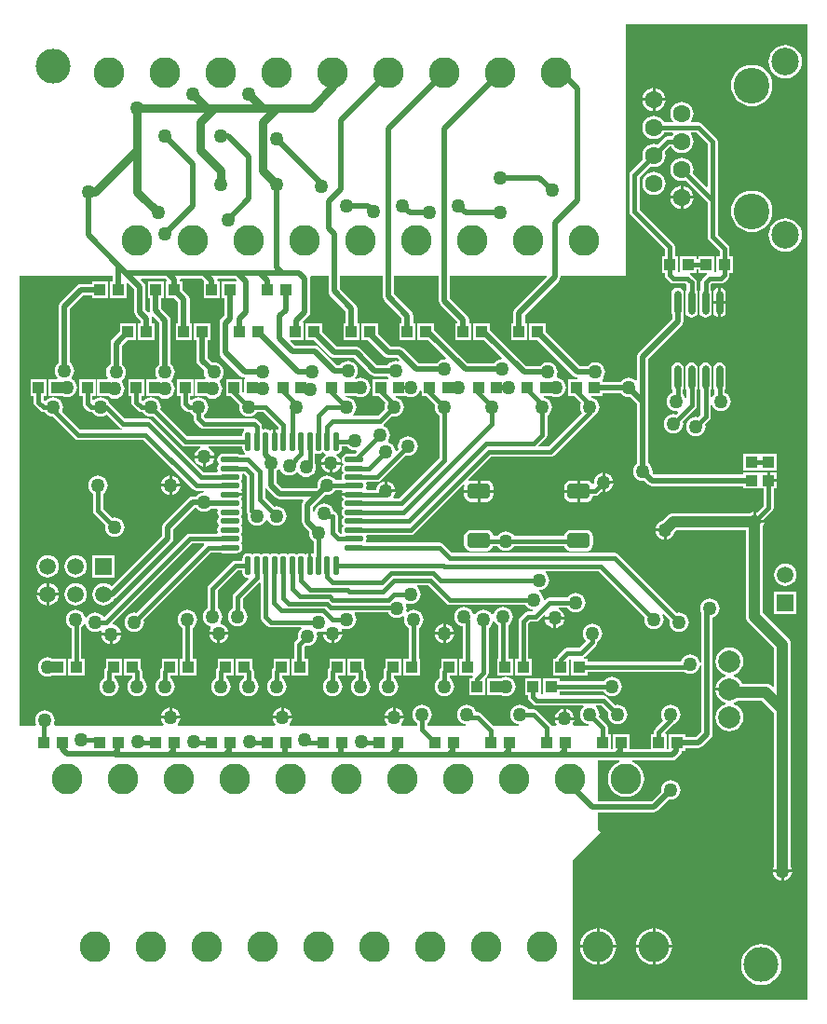
<source format=gtl>
G04 Layer_Physical_Order=1*
G04 Layer_Color=255*
%FSLAX25Y25*%
%MOIN*%
G70*
G01*
G75*
%ADD10R,0.03937X0.03937*%
%ADD11R,0.03937X0.03937*%
G04:AMPARAMS|DCode=12|XSize=83mil|YSize=55mil|CornerRadius=13.75mil|HoleSize=0mil|Usage=FLASHONLY|Rotation=0.000|XOffset=0mil|YOffset=0mil|HoleType=Round|Shape=RoundedRectangle|*
%AMROUNDEDRECTD12*
21,1,0.08300,0.02750,0,0,0.0*
21,1,0.05550,0.05500,0,0,0.0*
1,1,0.02750,0.02775,-0.01375*
1,1,0.02750,-0.02775,-0.01375*
1,1,0.02750,-0.02775,0.01375*
1,1,0.02750,0.02775,0.01375*
%
%ADD12ROUNDEDRECTD12*%
%ADD13O,0.02165X0.06890*%
%ADD14O,0.06890X0.02165*%
%ADD15O,0.02362X0.08661*%
%ADD16C,0.01500*%
%ADD17C,0.02000*%
%ADD18C,0.04000*%
%ADD19C,0.03000*%
%ADD20C,0.06299*%
%ADD21C,0.12795*%
%ADD22C,0.09843*%
%ADD23C,0.12500*%
%ADD24C,0.11000*%
%ADD25C,0.05906*%
%ADD26R,0.05906X0.05906*%
%ADD27R,0.05906X0.05906*%
%ADD28C,0.07874*%
%ADD29C,0.05000*%
G36*
X316783Y343682D02*
Y342032D01*
X318460D01*
X318490Y341986D01*
X321587Y338890D01*
X321470Y338000D01*
X321590Y337086D01*
X321943Y336235D01*
X322504Y335504D01*
X323216Y334958D01*
Y319739D01*
X308761Y305284D01*
X306958D01*
X306712Y305784D01*
X307057Y306235D01*
X307410Y307086D01*
X307464Y307500D01*
X304000D01*
Y308000D01*
X303500D01*
Y311464D01*
X303086Y311410D01*
X302235Y311057D01*
X301504Y310496D01*
X300943Y309765D01*
X300590Y308914D01*
X300527Y308434D01*
X297229D01*
X296993Y308875D01*
X297068Y308987D01*
X297230Y309799D01*
X297068Y310612D01*
X296993Y310724D01*
X297229Y311164D01*
X300959D01*
X301642Y311300D01*
X302221Y311687D01*
X311111Y320578D01*
X311929Y320470D01*
X312843Y320590D01*
X313694Y320943D01*
X314425Y321504D01*
X314986Y322235D01*
X315339Y323086D01*
X315459Y324000D01*
X315339Y324914D01*
X314986Y325765D01*
X314425Y326496D01*
X313694Y327057D01*
X312843Y327410D01*
X311929Y327530D01*
X311015Y327410D01*
X310164Y327057D01*
X309433Y326496D01*
X308872Y325765D01*
X308519Y324914D01*
X308399Y324000D01*
X308519Y323086D01*
X308535Y323048D01*
X307925Y322438D01*
X307451Y322599D01*
X307410Y322914D01*
X307057Y323765D01*
X306496Y324496D01*
X305765Y325057D01*
X305020Y325366D01*
X304862Y325698D01*
X304821Y325926D01*
X305057Y326235D01*
X305410Y327086D01*
X305530Y328000D01*
X305410Y328914D01*
X305057Y329765D01*
X304496Y330496D01*
X303765Y331057D01*
X303381Y331217D01*
X303304Y331555D01*
X303310Y331787D01*
X306110Y334587D01*
X307000Y334470D01*
X307914Y334590D01*
X308765Y334943D01*
X309496Y335504D01*
X310057Y336235D01*
X310410Y337086D01*
X310530Y338000D01*
X310410Y338914D01*
X310057Y339765D01*
X309496Y340496D01*
X308765Y341057D01*
X307914Y341410D01*
X307454Y341470D01*
X307419Y341531D01*
X307707Y342032D01*
X311119D01*
X311235Y341943D01*
X312086Y341590D01*
X313000Y341470D01*
X313914Y341590D01*
X314765Y341943D01*
X315496Y342504D01*
X316057Y343235D01*
X316283Y343781D01*
X316783Y343682D01*
D02*
G37*
G36*
X455000Y126000D02*
X371000D01*
Y176000D01*
X381000Y186000D01*
X380000Y187000D01*
Y192961D01*
X400000D01*
X400780Y193116D01*
X401442Y193558D01*
X405429Y197545D01*
X406000Y197470D01*
X406914Y197590D01*
X407765Y197943D01*
X408496Y198504D01*
X409057Y199235D01*
X409410Y200086D01*
X409530Y201000D01*
X409410Y201914D01*
X409057Y202765D01*
X408496Y203496D01*
X407765Y204057D01*
X406914Y204410D01*
X406000Y204530D01*
X405086Y204410D01*
X404235Y204057D01*
X403504Y203496D01*
X402943Y202765D01*
X402590Y201914D01*
X402470Y201000D01*
X402545Y200429D01*
X399155Y197039D01*
X380000D01*
Y211582D01*
X387583D01*
X387657Y211082D01*
X387501Y211034D01*
X386371Y210431D01*
X385382Y209618D01*
X384569Y208629D01*
X383966Y207500D01*
X383594Y206274D01*
X383469Y205000D01*
X383594Y203726D01*
X383966Y202501D01*
X384569Y201371D01*
X385382Y200382D01*
X386371Y199569D01*
X387501Y198966D01*
X388726Y198594D01*
X390000Y198469D01*
X391274Y198594D01*
X392499Y198966D01*
X393629Y199569D01*
X394618Y200382D01*
X395431Y201371D01*
X396034Y202501D01*
X396406Y203726D01*
X396531Y205000D01*
X396406Y206274D01*
X396034Y207500D01*
X395431Y208629D01*
X394618Y209618D01*
X393629Y210431D01*
X392499Y211034D01*
X392343Y211082D01*
X392417Y211582D01*
X406621D01*
X407401Y211737D01*
X408063Y212179D01*
X409442Y213558D01*
X409884Y214220D01*
X410039Y215000D01*
Y215032D01*
X411216D01*
Y215961D01*
X416000D01*
X416780Y216116D01*
X417442Y216558D01*
X420442Y219558D01*
X420884Y220220D01*
X421039Y221000D01*
Y262642D01*
X421765Y262943D01*
X422496Y263504D01*
X423057Y264235D01*
X423410Y265086D01*
X423530Y266000D01*
X423410Y266914D01*
X423057Y267765D01*
X422496Y268496D01*
X421765Y269057D01*
X420914Y269410D01*
X420000Y269530D01*
X419086Y269410D01*
X418235Y269057D01*
X417504Y268496D01*
X416943Y267765D01*
X416590Y266914D01*
X416470Y266000D01*
X416590Y265086D01*
X416943Y264235D01*
X416961Y264211D01*
Y246560D01*
X416461Y246527D01*
X416410Y246914D01*
X416057Y247765D01*
X415496Y248496D01*
X414765Y249057D01*
X413914Y249410D01*
X413000Y249530D01*
X412086Y249410D01*
X411235Y249057D01*
X410504Y248496D01*
X409943Y247765D01*
X409590Y246914D01*
X409573Y246784D01*
X376217D01*
Y247969D01*
X375009D01*
X374858Y248468D01*
X375262Y248738D01*
X379262Y252738D01*
X379262Y252738D01*
X379648Y253317D01*
X379774Y253950D01*
X380496Y254504D01*
X381057Y255235D01*
X381410Y256086D01*
X381530Y257000D01*
X381410Y257914D01*
X381057Y258765D01*
X380496Y259496D01*
X379765Y260057D01*
X378914Y260410D01*
X378000Y260530D01*
X377086Y260410D01*
X376235Y260057D01*
X375504Y259496D01*
X374943Y258765D01*
X374590Y257914D01*
X374470Y257000D01*
X374590Y256086D01*
X374943Y255235D01*
X375504Y254504D01*
X375533Y254056D01*
X373261Y251784D01*
X369000D01*
X368317Y251648D01*
X367738Y251262D01*
X367738Y251262D01*
X365490Y249014D01*
X365104Y248435D01*
X365011Y247969D01*
X363784D01*
Y242032D01*
X369721D01*
Y247507D01*
X370000Y247668D01*
X370280Y247507D01*
Y242032D01*
X376217D01*
Y243216D01*
X410879D01*
X411235Y242943D01*
X412086Y242590D01*
X413000Y242470D01*
X413914Y242590D01*
X414765Y242943D01*
X415496Y243504D01*
X416057Y244235D01*
X416410Y245086D01*
X416461Y245473D01*
X416961Y245440D01*
Y221845D01*
X415155Y220039D01*
X411216D01*
Y220969D01*
X405279D01*
Y215660D01*
X404720D01*
Y220969D01*
X404199D01*
X403992Y221468D01*
X407255Y224731D01*
X407765Y224943D01*
X408496Y225504D01*
X409057Y226235D01*
X409410Y227086D01*
X409530Y228000D01*
X409410Y228914D01*
X409057Y229765D01*
X408496Y230496D01*
X407765Y231057D01*
X406914Y231410D01*
X406000Y231530D01*
X405086Y231410D01*
X404235Y231057D01*
X403504Y230496D01*
X402943Y229765D01*
X402590Y228914D01*
X402470Y228000D01*
X402590Y227086D01*
X402943Y226235D01*
X403276Y225800D01*
X400490Y223014D01*
X400104Y222435D01*
X399968Y221752D01*
Y220969D01*
X398783D01*
Y215660D01*
X391216D01*
Y220969D01*
X385279D01*
Y215660D01*
X384720D01*
Y220969D01*
X383536D01*
Y223248D01*
X383400Y223931D01*
X383014Y224510D01*
X380413Y227110D01*
X380530Y228000D01*
X380410Y228914D01*
X380057Y229765D01*
X379496Y230496D01*
X379210Y230716D01*
X379380Y231216D01*
X381261D01*
X383587Y228890D01*
X383470Y228000D01*
X383590Y227086D01*
X383943Y226235D01*
X384504Y225504D01*
X385235Y224943D01*
X386086Y224590D01*
X387000Y224470D01*
X387914Y224590D01*
X388765Y224943D01*
X389496Y225504D01*
X390057Y226235D01*
X390410Y227086D01*
X390530Y228000D01*
X390410Y228914D01*
X390057Y229765D01*
X389496Y230496D01*
X388765Y231057D01*
X387914Y231410D01*
X387000Y231530D01*
X386110Y231413D01*
X383262Y234262D01*
X382683Y234648D01*
X382000Y234784D01*
X366614D01*
X366216Y235032D01*
X366216Y235284D01*
Y236216D01*
X381958D01*
X382504Y235504D01*
X383235Y234943D01*
X384086Y234590D01*
X385000Y234470D01*
X385914Y234590D01*
X386765Y234943D01*
X387496Y235504D01*
X388057Y236235D01*
X388410Y237086D01*
X388530Y238000D01*
X388410Y238914D01*
X388057Y239765D01*
X387496Y240496D01*
X386765Y241057D01*
X385914Y241410D01*
X385000Y241530D01*
X384086Y241410D01*
X383235Y241057D01*
X382504Y240496D01*
X381958Y239784D01*
X366216D01*
Y240968D01*
X360279D01*
Y235493D01*
X360000Y235332D01*
X359720Y235493D01*
Y240968D01*
X353783D01*
Y235032D01*
X354968D01*
Y234248D01*
X355103Y233565D01*
X355490Y232986D01*
X356738Y231738D01*
X357317Y231351D01*
X358000Y231216D01*
X374620D01*
X374790Y230716D01*
X374504Y230496D01*
X373943Y229765D01*
X373590Y228914D01*
X373470Y228000D01*
X373590Y227086D01*
X373943Y226235D01*
X374504Y225504D01*
X375235Y224943D01*
X376086Y224590D01*
X376771Y224500D01*
X376738Y224000D01*
X371124D01*
X370877Y224500D01*
X371057Y224735D01*
X371410Y225586D01*
X371464Y226000D01*
X364536D01*
X364590Y225586D01*
X364943Y224735D01*
X365123Y224500D01*
X364876Y224000D01*
X363354D01*
X363014Y224510D01*
X358262Y229262D01*
X357683Y229648D01*
X357000Y229784D01*
X355043D01*
X354496Y230496D01*
X353765Y231057D01*
X352914Y231410D01*
X352000Y231530D01*
X351086Y231410D01*
X350235Y231057D01*
X349504Y230496D01*
X348943Y229765D01*
X348590Y228914D01*
X348470Y228000D01*
X348590Y227086D01*
X348943Y226235D01*
X349504Y225504D01*
X350235Y224943D01*
X351086Y224590D01*
X351771Y224500D01*
X351738Y224000D01*
X342523D01*
X338262Y228262D01*
X337683Y228648D01*
X337000Y228784D01*
X336427D01*
X336410Y228914D01*
X336057Y229765D01*
X335496Y230496D01*
X334765Y231057D01*
X333914Y231410D01*
X333000Y231530D01*
X332086Y231410D01*
X331235Y231057D01*
X330504Y230496D01*
X329943Y229765D01*
X329590Y228914D01*
X329470Y228000D01*
X329590Y227086D01*
X329943Y226235D01*
X330504Y225504D01*
X331235Y224943D01*
X332086Y224590D01*
X332771Y224500D01*
X332738Y224000D01*
X318784D01*
Y224957D01*
X319496Y225504D01*
X320057Y226235D01*
X320410Y227086D01*
X320530Y228000D01*
X320410Y228914D01*
X320057Y229765D01*
X319496Y230496D01*
X318765Y231057D01*
X317914Y231410D01*
X317000Y231530D01*
X316086Y231410D01*
X315235Y231057D01*
X314504Y230496D01*
X313943Y229765D01*
X313590Y228914D01*
X313470Y228000D01*
X313590Y227086D01*
X313943Y226235D01*
X314504Y225504D01*
X315216Y224957D01*
Y224000D01*
X309617D01*
X309457Y224474D01*
X309496Y224504D01*
X310057Y225235D01*
X310410Y226086D01*
X310464Y226500D01*
X303536D01*
X303590Y226086D01*
X303943Y225235D01*
X304504Y224504D01*
X304543Y224474D01*
X304382Y224000D01*
X269618D01*
X269457Y224474D01*
X269496Y224504D01*
X270057Y225235D01*
X270410Y226086D01*
X270464Y226500D01*
X263536D01*
X263590Y226086D01*
X263943Y225235D01*
X264504Y224504D01*
X264543Y224474D01*
X264383Y224000D01*
X229618D01*
X229457Y224474D01*
X229496Y224504D01*
X230057Y225235D01*
X230410Y226086D01*
X230464Y226500D01*
X223536D01*
X223590Y226086D01*
X223943Y225235D01*
X224504Y224504D01*
X224543Y224474D01*
X224382Y224000D01*
X185476D01*
X185167Y224500D01*
X185410Y225086D01*
X185530Y226000D01*
X185410Y226914D01*
X185057Y227765D01*
X184496Y228496D01*
X183765Y229057D01*
X182914Y229410D01*
X182000Y229530D01*
X181086Y229410D01*
X180235Y229057D01*
X179504Y228496D01*
X178943Y227765D01*
X178590Y226914D01*
X178470Y226000D01*
X178590Y225086D01*
X178833Y224500D01*
X178524Y224000D01*
X173000D01*
Y385000D01*
X206209D01*
Y382968D01*
X205279D01*
Y377031D01*
X211216D01*
Y382246D01*
X211679Y382438D01*
X213961Y380155D01*
Y372000D01*
X214116Y371220D01*
X214558Y370558D01*
X216209Y368907D01*
Y367969D01*
X215280D01*
Y362032D01*
X221217D01*
Y367969D01*
X220287D01*
Y369752D01*
X220195Y370214D01*
X220656Y370460D01*
X222961Y368155D01*
Y353347D01*
X222504Y352996D01*
X221943Y352265D01*
X221590Y351414D01*
X221470Y350500D01*
X221590Y349586D01*
X221943Y348735D01*
X222147Y348468D01*
X221901Y347969D01*
X218280D01*
Y342032D01*
X222482D01*
X222504Y342004D01*
X223235Y341443D01*
X224086Y341090D01*
X225000Y340970D01*
X225914Y341090D01*
X226765Y341443D01*
X227496Y342004D01*
X228057Y342735D01*
X228410Y343586D01*
X228530Y344500D01*
X228410Y345414D01*
X228057Y346265D01*
X227496Y346996D01*
X227166Y347250D01*
Y347750D01*
X227496Y348004D01*
X228057Y348735D01*
X228410Y349586D01*
X228530Y350500D01*
X228410Y351414D01*
X228057Y352265D01*
X227496Y352996D01*
X227039Y353347D01*
Y369000D01*
X226884Y369780D01*
X226442Y370442D01*
X223539Y373345D01*
Y377031D01*
X224721D01*
Y382968D01*
X218783D01*
Y377031D01*
X219461D01*
Y372500D01*
X219553Y372038D01*
X219092Y371792D01*
X218039Y372845D01*
Y381000D01*
X217884Y381780D01*
X217442Y382442D01*
X216385Y383499D01*
X216576Y383961D01*
X225155D01*
X225686Y383430D01*
X225494Y382968D01*
X225279D01*
Y377031D01*
X228333D01*
X229713Y375651D01*
Y367969D01*
X228783D01*
Y362032D01*
X234720D01*
Y367969D01*
X233791D01*
Y376496D01*
X233636Y377276D01*
X233194Y377938D01*
X231217Y379915D01*
Y382968D01*
X230287D01*
Y383752D01*
X230459Y383961D01*
X238155D01*
X238890Y383226D01*
X238784Y382968D01*
X238784D01*
Y377031D01*
X244721D01*
Y382968D01*
X243791D01*
Y383248D01*
X243726Y383574D01*
X244043Y383961D01*
X250155D01*
X250686Y383430D01*
X250494Y382968D01*
X245280D01*
Y377031D01*
X246209D01*
Y370593D01*
X245058Y369442D01*
X244616Y368780D01*
X244461Y368000D01*
Y357500D01*
X244616Y356720D01*
X245058Y356058D01*
X252058Y349058D01*
X252058Y349058D01*
X252720Y348616D01*
X253500Y348461D01*
X253481Y347969D01*
X253279D01*
Y343435D01*
X252780Y343167D01*
X252720Y343207D01*
Y347969D01*
X246783D01*
Y342032D01*
X248460D01*
X248490Y341986D01*
X251587Y338890D01*
X251470Y338000D01*
X251590Y337086D01*
X251943Y336235D01*
X252504Y335504D01*
X253235Y334943D01*
X254086Y334590D01*
X255000Y334470D01*
X255914Y334590D01*
X256765Y334943D01*
X257496Y335504D01*
X258043Y336216D01*
X260261D01*
X265566Y330910D01*
Y330229D01*
X265125Y329994D01*
X265013Y330068D01*
X264701Y330130D01*
Y325744D01*
X263701D01*
Y330130D01*
X263388Y330068D01*
X262699Y329608D01*
X262553D01*
X261864Y330068D01*
X261051Y330230D01*
X260239Y330068D01*
X260127Y329994D01*
X259686Y330229D01*
Y331098D01*
X259550Y331781D01*
X259163Y332360D01*
X259163Y332360D01*
X258262Y333262D01*
X257683Y333648D01*
X257000Y333784D01*
X239739D01*
X238989Y334534D01*
X239023Y335140D01*
X239496Y335504D01*
X240057Y336235D01*
X240410Y337086D01*
X240530Y338000D01*
X240410Y338914D01*
X240057Y339765D01*
X239496Y340496D01*
X238765Y341057D01*
X237914Y341410D01*
X237000Y341530D01*
X236086Y341410D01*
X235235Y341057D01*
X234536Y340521D01*
X234392Y340547D01*
X234036Y340708D01*
Y342032D01*
X235221D01*
Y347969D01*
X229283D01*
Y342032D01*
X230468D01*
Y339218D01*
X230604Y338535D01*
X230990Y337956D01*
X232208Y336738D01*
X232787Y336351D01*
X233470Y336216D01*
X233958D01*
X234504Y335504D01*
X235216Y334958D01*
Y334000D01*
X235351Y333317D01*
X235738Y332738D01*
X237738Y330738D01*
X237738Y330738D01*
X238317Y330351D01*
X239000Y330216D01*
X239000Y330216D01*
X253260D01*
X253412Y329716D01*
X253250Y329608D01*
X252790Y328919D01*
X252628Y328106D01*
Y327528D01*
X232995D01*
X223413Y337110D01*
X223530Y338000D01*
X223410Y338914D01*
X223057Y339765D01*
X222496Y340496D01*
X221765Y341057D01*
X220914Y341410D01*
X220000Y341530D01*
X219086Y341410D01*
X218235Y341057D01*
X217504Y340496D01*
X217379Y340333D01*
X216837Y340293D01*
X216536Y340580D01*
Y342032D01*
X217721D01*
Y347969D01*
X211784D01*
Y342032D01*
X212968D01*
Y339718D01*
X213104Y339035D01*
X213490Y338456D01*
X215208Y336738D01*
X215787Y336351D01*
X216470Y336216D01*
X216470Y336216D01*
X216957D01*
X217504Y335504D01*
X218235Y334943D01*
X219086Y334590D01*
X220000Y334470D01*
X220890Y334587D01*
X230994Y324482D01*
X231573Y324096D01*
X232256Y323960D01*
X237724D01*
X237824Y323460D01*
X237335Y323257D01*
X236604Y322696D01*
X236043Y321965D01*
X235690Y321114D01*
X235636Y320700D01*
X242564D01*
X242510Y321114D01*
X242157Y321965D01*
X241596Y322696D01*
X240865Y323257D01*
X240376Y323460D01*
X240476Y323960D01*
X252628D01*
Y323382D01*
X252790Y322569D01*
X253250Y321880D01*
X253771Y321532D01*
X253620Y321032D01*
X251696D01*
X251431Y321210D01*
X250618Y321372D01*
X245894D01*
X245081Y321210D01*
X244392Y320750D01*
X243932Y320061D01*
X243770Y319248D01*
X243932Y318435D01*
X244392Y317746D01*
Y317600D01*
X243932Y316911D01*
X243770Y316098D01*
X243932Y315286D01*
X244006Y315174D01*
X243771Y314733D01*
X238790D01*
X220262Y333262D01*
X219683Y333648D01*
X219000Y333784D01*
X210739D01*
X205269Y339255D01*
X205057Y339765D01*
X204496Y340496D01*
X203765Y341057D01*
X202914Y341410D01*
X202000Y341530D01*
X201086Y341410D01*
X200235Y341057D01*
X199536Y340521D01*
X199392Y340547D01*
X199036Y340708D01*
Y342032D01*
X200220D01*
Y347969D01*
X194283D01*
Y342032D01*
X195468D01*
Y339218D01*
X195604Y338535D01*
X195990Y337956D01*
X197208Y336738D01*
X197787Y336351D01*
X198470Y336216D01*
X198958D01*
X199504Y335504D01*
X200235Y334943D01*
X201086Y334590D01*
X202000Y334470D01*
X202914Y334590D01*
X203765Y334943D01*
X204200Y335277D01*
X208738Y330738D01*
X209317Y330351D01*
X209655Y330284D01*
X209606Y329784D01*
X194739D01*
X188125Y336398D01*
X188410Y337086D01*
X188530Y338000D01*
X188410Y338914D01*
X188057Y339765D01*
X187496Y340496D01*
X186765Y341057D01*
X185914Y341410D01*
X185000Y341530D01*
X184086Y341410D01*
X183235Y341057D01*
X182504Y340496D01*
X182379Y340333D01*
X181837Y340293D01*
X181536Y340580D01*
Y342032D01*
X182720D01*
Y347969D01*
X176784D01*
Y342032D01*
X177968D01*
Y339718D01*
X178103Y339035D01*
X178490Y338456D01*
X180208Y336738D01*
X180787Y336351D01*
X181470Y336216D01*
X181470Y336216D01*
X181957D01*
X182504Y335504D01*
X183235Y334943D01*
X184086Y334590D01*
X185000Y334470D01*
X185006Y334471D01*
X192738Y326738D01*
X193317Y326351D01*
X194000Y326216D01*
X217261D01*
X234939Y308538D01*
X234939Y308538D01*
X235518Y308151D01*
X236201Y308015D01*
X236201Y308015D01*
X238851D01*
X238884Y307515D01*
X238086Y307410D01*
X237235Y307057D01*
X236504Y306496D01*
X236153Y306039D01*
X235000D01*
X234220Y305884D01*
X233558Y305442D01*
X224558Y296442D01*
X224116Y295780D01*
X223961Y295000D01*
Y291845D01*
X205928Y273812D01*
X205819Y273819D01*
X204993Y274453D01*
X204032Y274851D01*
X203000Y274987D01*
X201968Y274851D01*
X201007Y274453D01*
X200181Y273819D01*
X199547Y272993D01*
X199149Y272032D01*
X199013Y271000D01*
X199149Y269968D01*
X199547Y269007D01*
X200181Y268181D01*
X201007Y267547D01*
X201968Y267149D01*
X203000Y267013D01*
X204032Y267149D01*
X204993Y267547D01*
X205819Y268181D01*
X206453Y269007D01*
X206473Y269055D01*
X206780Y269116D01*
X207442Y269558D01*
X227442Y289558D01*
X227884Y290220D01*
X228039Y291000D01*
Y294155D01*
X235711Y301827D01*
X236278Y301799D01*
X236504Y301504D01*
X237235Y300943D01*
X238086Y300590D01*
X239000Y300470D01*
X239914Y300590D01*
X240765Y300943D01*
X241496Y301504D01*
X241515Y301528D01*
X243620D01*
X243905Y301028D01*
X243770Y300350D01*
X243932Y299538D01*
X244392Y298849D01*
Y298702D01*
X243932Y298013D01*
X243770Y297201D01*
X243932Y296388D01*
X244392Y295699D01*
Y295553D01*
X243932Y294864D01*
X243770Y294051D01*
X243932Y293239D01*
X244006Y293127D01*
X243771Y292686D01*
X233902D01*
X233902Y292686D01*
X233219Y292550D01*
X232640Y292163D01*
X232640Y292163D01*
X203471Y262994D01*
X202865Y263028D01*
X202501Y263501D01*
X201770Y264062D01*
X200919Y264415D01*
X200005Y264535D01*
X199091Y264415D01*
X198240Y264062D01*
X197509Y263501D01*
X196948Y262770D01*
X196937Y262743D01*
X196423Y262811D01*
X196410Y262914D01*
X196057Y263765D01*
X195496Y264496D01*
X194765Y265057D01*
X193914Y265410D01*
X193000Y265530D01*
X192086Y265410D01*
X191235Y265057D01*
X190504Y264496D01*
X189943Y263765D01*
X189590Y262914D01*
X189470Y262000D01*
X189590Y261086D01*
X189943Y260235D01*
X190504Y259504D01*
X191235Y258943D01*
X191464Y258848D01*
Y247969D01*
X190279D01*
Y242032D01*
X196216D01*
Y247969D01*
X195032D01*
Y259148D01*
X195496Y259504D01*
X196057Y260235D01*
X196069Y260262D01*
X196582Y260194D01*
X196595Y260091D01*
X196948Y259240D01*
X197509Y258509D01*
X198240Y257948D01*
X199091Y257595D01*
X200005Y257475D01*
X200919Y257595D01*
X201770Y257948D01*
X201982Y258110D01*
X202392Y257795D01*
X202340Y257669D01*
X202286Y257255D01*
X209214D01*
X209160Y257669D01*
X208807Y258520D01*
X208246Y259251D01*
X207515Y259812D01*
X206664Y260165D01*
X206362Y260205D01*
X206202Y260678D01*
X234641Y289117D01*
X238887D01*
X239094Y288617D01*
X214890Y264413D01*
X214000Y264530D01*
X213086Y264410D01*
X212235Y264057D01*
X211504Y263496D01*
X210943Y262765D01*
X210590Y261914D01*
X210470Y261000D01*
X210590Y260086D01*
X210943Y259235D01*
X211504Y258504D01*
X212235Y257943D01*
X213086Y257590D01*
X214000Y257470D01*
X214914Y257590D01*
X215765Y257943D01*
X216496Y258504D01*
X217057Y259235D01*
X217410Y260086D01*
X217530Y261000D01*
X217413Y261890D01*
X241491Y285968D01*
X244815D01*
X245081Y285790D01*
X245894Y285629D01*
X250618D01*
X251431Y285790D01*
X252120Y286250D01*
X252580Y286939D01*
X252742Y287752D01*
X252580Y288565D01*
X252120Y289253D01*
Y289400D01*
X252580Y290089D01*
X252742Y290902D01*
X252580Y291714D01*
X252120Y292403D01*
Y292550D01*
X252580Y293239D01*
X252742Y294051D01*
X252580Y294864D01*
X252120Y295553D01*
Y295699D01*
X252580Y296388D01*
X252742Y297201D01*
X252580Y298013D01*
X252120Y298702D01*
Y298849D01*
X252580Y299538D01*
X252742Y300350D01*
X252580Y301163D01*
X252120Y301852D01*
Y301998D01*
X252580Y302687D01*
X252742Y303500D01*
X252580Y304313D01*
X252120Y305001D01*
Y305148D01*
X252580Y305837D01*
X252642Y306150D01*
X248256D01*
Y307150D01*
X252642D01*
X252580Y307462D01*
X252120Y308151D01*
Y308298D01*
X252580Y308987D01*
X252742Y309799D01*
X252580Y310612D01*
X252120Y311301D01*
Y311447D01*
X252580Y312136D01*
X252742Y312949D01*
X252580Y313761D01*
X252561Y313790D01*
X252789Y314239D01*
X253201Y314275D01*
X254216Y313261D01*
Y301000D01*
X254351Y300317D01*
X254602Y299942D01*
X254590Y299914D01*
X254470Y299000D01*
X254590Y298086D01*
X254943Y297235D01*
X255504Y296504D01*
X256235Y295943D01*
X257086Y295590D01*
X258000Y295470D01*
X258914Y295590D01*
X259765Y295943D01*
X260496Y296504D01*
X261057Y297235D01*
X261229Y297651D01*
X261771D01*
X261943Y297235D01*
X262504Y296504D01*
X263235Y295943D01*
X264086Y295590D01*
X265000Y295470D01*
X265914Y295590D01*
X266765Y295943D01*
X267496Y296504D01*
X268057Y297235D01*
X268410Y298086D01*
X268530Y299000D01*
X268410Y299914D01*
X268057Y300765D01*
X267496Y301496D01*
X266765Y302057D01*
X265914Y302410D01*
X265000Y302530D01*
X264110Y302413D01*
X260784Y305739D01*
Y308816D01*
X261284Y308968D01*
X261558Y308558D01*
X264558Y305558D01*
X265220Y305116D01*
X266000Y304961D01*
X274424D01*
X274615Y304499D01*
X274558Y304442D01*
X274116Y303780D01*
X273961Y303000D01*
Y296898D01*
X274116Y296117D01*
X274558Y295456D01*
X276533Y293481D01*
X276470Y293000D01*
X276590Y292086D01*
X276943Y291235D01*
X277504Y290504D01*
X278165Y289997D01*
Y285741D01*
X277724Y285505D01*
X277612Y285580D01*
X277299Y285642D01*
Y281256D01*
X276299D01*
Y285642D01*
X275987Y285580D01*
X275298Y285120D01*
X275151D01*
X274462Y285580D01*
X273650Y285742D01*
X272837Y285580D01*
X272148Y285120D01*
X272002D01*
X271313Y285580D01*
X270500Y285742D01*
X269687Y285580D01*
X268999Y285120D01*
X268852D01*
X268163Y285580D01*
X267350Y285742D01*
X266538Y285580D01*
X265849Y285120D01*
X265702D01*
X265013Y285580D01*
X264201Y285742D01*
X263388Y285580D01*
X262699Y285120D01*
X262553D01*
X261864Y285580D01*
X261051Y285742D01*
X260239Y285580D01*
X259550Y285120D01*
X259403D01*
X258714Y285580D01*
X257902Y285742D01*
X257089Y285580D01*
X256400Y285120D01*
X256254D01*
X255565Y285580D01*
X254752Y285742D01*
X253939Y285580D01*
X253250Y285120D01*
X252790Y284431D01*
X252628Y283618D01*
Y283040D01*
X250256D01*
X250256Y283040D01*
X249573Y282904D01*
X248994Y282518D01*
X240738Y274262D01*
X240352Y273683D01*
X240216Y273000D01*
Y266042D01*
X239504Y265496D01*
X238943Y264765D01*
X238590Y263914D01*
X238470Y263000D01*
X238590Y262086D01*
X238943Y261235D01*
X239504Y260504D01*
X240235Y259943D01*
X241086Y259590D01*
X241185Y259577D01*
X241406Y259044D01*
X241193Y258765D01*
X240840Y257914D01*
X240786Y257500D01*
X247714D01*
X247660Y257914D01*
X247307Y258765D01*
X246746Y259496D01*
X246015Y260057D01*
X245164Y260410D01*
X245064Y260423D01*
X244844Y260956D01*
X245057Y261235D01*
X245410Y262086D01*
X245530Y263000D01*
X245410Y263914D01*
X245057Y264765D01*
X244496Y265496D01*
X243784Y266042D01*
Y272261D01*
X250995Y279472D01*
X252628D01*
Y278894D01*
X252790Y278081D01*
X253250Y277392D01*
X253939Y276932D01*
X254575Y276805D01*
X254782Y276305D01*
X249738Y271262D01*
X249352Y270683D01*
X249216Y270000D01*
Y266042D01*
X248504Y265496D01*
X247943Y264765D01*
X247590Y263914D01*
X247470Y263000D01*
X247590Y262086D01*
X247943Y261235D01*
X248504Y260504D01*
X249235Y259943D01*
X250086Y259590D01*
X251000Y259470D01*
X251914Y259590D01*
X252765Y259943D01*
X253496Y260504D01*
X254057Y261235D01*
X254410Y262086D01*
X254530Y263000D01*
X254410Y263914D01*
X254057Y264765D01*
X253496Y265496D01*
X252784Y266042D01*
Y269261D01*
X258716Y275192D01*
X259216Y274985D01*
Y263000D01*
X259351Y262317D01*
X259738Y261738D01*
X261738Y259738D01*
X261738Y259738D01*
X262317Y259351D01*
X263000Y259216D01*
X263000Y259216D01*
X273620D01*
X273790Y258716D01*
X273504Y258496D01*
X272943Y257765D01*
X272590Y256914D01*
X272470Y256000D01*
X272587Y255110D01*
X271738Y254262D01*
X271352Y253683D01*
X271216Y253000D01*
Y247969D01*
X270280D01*
Y242032D01*
X276217D01*
Y247969D01*
X274784D01*
Y252242D01*
X275151Y252582D01*
X276000Y252470D01*
X276914Y252590D01*
X277765Y252943D01*
X278496Y253504D01*
X279057Y254235D01*
X279410Y255086D01*
X279530Y256000D01*
X279410Y256914D01*
X279324Y257122D01*
X279628Y257519D01*
X280000Y257470D01*
X280914Y257590D01*
X281122Y257676D01*
X281352Y257500D01*
X288464D01*
X288410Y257914D01*
X288202Y258415D01*
X288585Y258798D01*
X289086Y258590D01*
X290000Y258470D01*
X290914Y258590D01*
X291765Y258943D01*
X292496Y259504D01*
X293057Y260235D01*
X293410Y261086D01*
X293530Y262000D01*
X293410Y262914D01*
X293057Y263765D01*
X292864Y264017D01*
X293085Y264466D01*
X304847D01*
X304943Y264235D01*
X305504Y263504D01*
X306235Y262943D01*
X307086Y262590D01*
X308000Y262470D01*
X308914Y262590D01*
X309765Y262943D01*
X310199Y263276D01*
X310609Y262960D01*
X310590Y262914D01*
X310470Y262000D01*
X310590Y261086D01*
X310943Y260235D01*
X311504Y259504D01*
X312216Y258958D01*
Y247969D01*
X310279D01*
Y242032D01*
X316216D01*
Y247969D01*
X315784D01*
Y258958D01*
X316496Y259504D01*
X317057Y260235D01*
X317410Y261086D01*
X317530Y262000D01*
X317410Y262914D01*
X317057Y263765D01*
X316496Y264496D01*
X315765Y265057D01*
X314914Y265410D01*
X314000Y265530D01*
X313086Y265410D01*
X312235Y265057D01*
X311801Y264724D01*
X311391Y265040D01*
X311410Y265086D01*
X311530Y266000D01*
X311410Y266914D01*
X311202Y267415D01*
X311585Y267798D01*
X312086Y267590D01*
X313000Y267470D01*
X313914Y267590D01*
X314765Y267943D01*
X315496Y268504D01*
X316057Y269235D01*
X316410Y270086D01*
X316530Y271000D01*
X316410Y271914D01*
X316057Y272765D01*
X315496Y273496D01*
X315210Y273716D01*
X315380Y274216D01*
X319261D01*
X325738Y267738D01*
X325738Y267738D01*
X326317Y267352D01*
X327000Y267216D01*
X353958D01*
X354504Y266504D01*
X355235Y265943D01*
X356086Y265590D01*
X356461Y265541D01*
X356682Y265007D01*
X356510Y264784D01*
X355000D01*
X355000Y264784D01*
X354317Y264649D01*
X353738Y264262D01*
X351986Y262510D01*
X351600Y261931D01*
X351464Y261248D01*
Y247969D01*
X350279D01*
Y242032D01*
X356217D01*
Y247969D01*
X355032D01*
Y260509D01*
X355739Y261216D01*
X357500D01*
X358183Y261351D01*
X358762Y261738D01*
X360628Y263605D01*
X360961Y263467D01*
X361082Y263351D01*
X361036Y263000D01*
X367964D01*
X367910Y263414D01*
X367557Y264265D01*
X366996Y264996D01*
X366265Y265557D01*
X365882Y265716D01*
X365982Y266216D01*
X368957D01*
X369504Y265504D01*
X370235Y264943D01*
X371086Y264590D01*
X372000Y264470D01*
X372914Y264590D01*
X373765Y264943D01*
X374496Y265504D01*
X375057Y266235D01*
X375410Y267086D01*
X375530Y268000D01*
X375410Y268914D01*
X375057Y269765D01*
X374496Y270496D01*
X373765Y271057D01*
X372914Y271410D01*
X372000Y271530D01*
X371086Y271410D01*
X370235Y271057D01*
X369504Y270496D01*
X368957Y269784D01*
X362500D01*
X362500Y269784D01*
X361817Y269649D01*
X361238Y269262D01*
X361238Y269262D01*
X361020Y269043D01*
X360500Y269230D01*
X360410Y269914D01*
X360057Y270765D01*
X359496Y271496D01*
X358861Y271984D01*
X358994Y272447D01*
X359007Y272471D01*
X359914Y272590D01*
X360765Y272943D01*
X361496Y273504D01*
X362057Y274235D01*
X362410Y275086D01*
X362530Y276000D01*
X362410Y276914D01*
X362057Y277765D01*
X361496Y278496D01*
X361210Y278716D01*
X361380Y279216D01*
X380261D01*
X396587Y262890D01*
X396470Y262000D01*
X396590Y261086D01*
X396943Y260235D01*
X397504Y259504D01*
X398235Y258943D01*
X399086Y258590D01*
X400000Y258470D01*
X400914Y258590D01*
X401765Y258943D01*
X402496Y259504D01*
X403057Y260235D01*
X403410Y261086D01*
X403530Y262000D01*
X403410Y262914D01*
X403057Y263765D01*
X403471Y264006D01*
X405587Y261890D01*
X405470Y261000D01*
X405590Y260086D01*
X405943Y259235D01*
X406504Y258504D01*
X407235Y257943D01*
X408086Y257590D01*
X409000Y257470D01*
X409914Y257590D01*
X410765Y257943D01*
X411496Y258504D01*
X412057Y259235D01*
X412410Y260086D01*
X412530Y261000D01*
X412410Y261914D01*
X412057Y262765D01*
X411496Y263496D01*
X410765Y264057D01*
X409914Y264410D01*
X409000Y264530D01*
X408110Y264413D01*
X387262Y285262D01*
X386683Y285648D01*
X386000Y285784D01*
X327739D01*
X324510Y289014D01*
X323931Y289400D01*
X323248Y289536D01*
X297229D01*
X296993Y289977D01*
X297068Y290089D01*
X297230Y290902D01*
X297068Y291714D01*
X296993Y291826D01*
X297229Y292267D01*
X313051D01*
X313734Y292403D01*
X314313Y292790D01*
X331791Y310268D01*
X332252Y310021D01*
X332103Y309275D01*
Y308400D01*
X336800D01*
Y311697D01*
X334525D01*
X333779Y311548D01*
X333532Y312009D01*
X341739Y320216D01*
X363000D01*
X363683Y320352D01*
X364262Y320738D01*
X378255Y334731D01*
X378765Y334943D01*
X379496Y335504D01*
X380057Y336235D01*
X380410Y337086D01*
X380530Y338000D01*
X380410Y338914D01*
X380057Y339765D01*
X379496Y340496D01*
X378765Y341057D01*
X377914Y341410D01*
X377454Y341470D01*
X377419Y341531D01*
X377707Y342032D01*
X381716D01*
Y342961D01*
X388153D01*
X388504Y342504D01*
X389235Y341943D01*
X390086Y341590D01*
X391000Y341470D01*
X391571Y341545D01*
X393961Y339155D01*
Y317847D01*
X393504Y317496D01*
X392943Y316765D01*
X392590Y315914D01*
X392470Y315000D01*
X392590Y314086D01*
X392943Y313235D01*
X393504Y312504D01*
X394235Y311943D01*
X395086Y311590D01*
X396000Y311470D01*
X396571Y311545D01*
X397806Y310310D01*
X398468Y309868D01*
X399248Y309713D01*
X432031D01*
Y308784D01*
X437532D01*
X437968Y308784D01*
X438469Y308784D01*
X439216D01*
Y302739D01*
X436890Y300413D01*
X436500Y300464D01*
Y297500D01*
X439464D01*
X439413Y297890D01*
X442262Y300738D01*
X442262Y300738D01*
X442649Y301317D01*
X442784Y302000D01*
X442784Y302000D01*
Y308784D01*
X443968D01*
Y311252D01*
X441000D01*
Y311752D01*
X440500D01*
Y314721D01*
X438469D01*
X438031Y314721D01*
X437532Y314721D01*
X432031D01*
Y313791D01*
X400093D01*
X399455Y314429D01*
X399530Y315000D01*
X399410Y315914D01*
X399057Y316765D01*
X398496Y317496D01*
X398039Y317847D01*
Y340000D01*
Y355155D01*
X409942Y367058D01*
X410384Y367720D01*
X410539Y368500D01*
Y371362D01*
X410555Y371385D01*
X410724Y372236D01*
Y378535D01*
X410555Y379386D01*
X410073Y380108D01*
X409351Y380590D01*
X408500Y380759D01*
X407649Y380590D01*
X406927Y380108D01*
X406445Y379386D01*
X406276Y378535D01*
Y372236D01*
X406445Y371385D01*
X406461Y371362D01*
Y369345D01*
X394558Y357442D01*
X394116Y356780D01*
X393961Y356000D01*
Y347654D01*
X393713Y347570D01*
X393461Y347523D01*
X392765Y348057D01*
X391914Y348410D01*
X391000Y348530D01*
X390086Y348410D01*
X389235Y348057D01*
X388504Y347496D01*
X388153Y347039D01*
X381716D01*
Y347969D01*
X381716Y347969D01*
X381717D01*
X381716Y347969D01*
X381820Y348426D01*
X382057Y348735D01*
X382410Y349586D01*
X382530Y350500D01*
X382410Y351414D01*
X382057Y352265D01*
X381496Y352996D01*
X380765Y353557D01*
X379914Y353910D01*
X379000Y354030D01*
X378086Y353910D01*
X377235Y353557D01*
X376504Y352996D01*
X376153Y352539D01*
X373593D01*
X361216Y364915D01*
Y367969D01*
X355279D01*
Y362032D01*
X358333D01*
X371306Y349058D01*
X371968Y348616D01*
X372748Y348461D01*
X372748Y348461D01*
X372729Y347969D01*
X369284D01*
Y342032D01*
X371445D01*
X373875Y339602D01*
X373590Y338914D01*
X373470Y338000D01*
X373590Y337086D01*
X373943Y336235D01*
X374276Y335800D01*
X362261Y323784D01*
X358961D01*
X358770Y324246D01*
X361262Y326738D01*
X361649Y327317D01*
X361784Y328000D01*
Y334958D01*
X362496Y335504D01*
X363057Y336235D01*
X363410Y337086D01*
X363530Y338000D01*
X363410Y338914D01*
X363057Y339765D01*
X362496Y340496D01*
X361765Y341057D01*
X360914Y341410D01*
X360454Y341470D01*
X360419Y341531D01*
X360707Y342032D01*
X363119D01*
X363235Y341943D01*
X364086Y341590D01*
X365000Y341470D01*
X365914Y341590D01*
X366765Y341943D01*
X367496Y342504D01*
X368057Y343235D01*
X368410Y344086D01*
X368530Y345000D01*
X368410Y345914D01*
X368057Y346765D01*
X367496Y347496D01*
X366765Y348057D01*
X365914Y348410D01*
X365464Y348469D01*
X365440Y348485D01*
X365172Y349012D01*
X365410Y349586D01*
X365530Y350500D01*
X365410Y351414D01*
X365057Y352265D01*
X364496Y352996D01*
X363765Y353557D01*
X362914Y353910D01*
X362000Y354030D01*
X361086Y353910D01*
X360235Y353557D01*
X359504Y352996D01*
X359153Y352539D01*
X354345D01*
X341216Y365667D01*
Y367969D01*
X335279D01*
Y362032D01*
X339085D01*
X345647Y355469D01*
X345393Y355016D01*
X344586Y354910D01*
X343735Y354557D01*
X343004Y353996D01*
X342653Y353539D01*
X333345D01*
X321217Y365667D01*
Y367969D01*
X315280D01*
Y362032D01*
X319085D01*
X325670Y355446D01*
X325436Y354973D01*
X325000Y355030D01*
X324086Y354910D01*
X323235Y354557D01*
X322504Y353996D01*
X322153Y353539D01*
X315845D01*
X310442Y358942D01*
X309780Y359384D01*
X309000Y359539D01*
X305845D01*
X301217Y364167D01*
Y367969D01*
X295280D01*
Y362032D01*
X297585D01*
X303558Y356058D01*
X304220Y355616D01*
X305000Y355461D01*
X308155D01*
X308843Y354773D01*
X308560Y354349D01*
X308414Y354410D01*
X307500Y354530D01*
X306586Y354410D01*
X305735Y354057D01*
X305004Y353496D01*
X304653Y353039D01*
X300845D01*
X294942Y358942D01*
X294280Y359384D01*
X293500Y359539D01*
X286593D01*
X281217Y364915D01*
Y367969D01*
X275279D01*
Y362032D01*
X278333D01*
X284306Y356058D01*
X284968Y355616D01*
X285748Y355461D01*
X292655D01*
X298558Y349558D01*
X299220Y349116D01*
X300000Y348961D01*
X304653D01*
X305004Y348504D01*
X305050Y348468D01*
X304880Y347969D01*
X299284D01*
Y342032D01*
X301445D01*
X303875Y339602D01*
X303590Y338914D01*
X303470Y338000D01*
X303587Y337110D01*
X301261Y334784D01*
X292380D01*
X292210Y335284D01*
X292496Y335504D01*
X293057Y336235D01*
X293410Y337086D01*
X293530Y338000D01*
X293410Y338914D01*
X293057Y339765D01*
X292496Y340496D01*
X291765Y341057D01*
X290914Y341410D01*
X290000Y341530D01*
X289449Y341458D01*
X289392Y341531D01*
X289638Y342032D01*
X293119D01*
X293235Y341943D01*
X294086Y341590D01*
X295000Y341470D01*
X295914Y341590D01*
X296765Y341943D01*
X297496Y342504D01*
X298057Y343235D01*
X298410Y344086D01*
X298530Y345000D01*
X298410Y345914D01*
X298057Y346765D01*
X297496Y347496D01*
X296765Y348057D01*
X295914Y348410D01*
X295000Y348530D01*
X294086Y348410D01*
X293235Y348057D01*
X292932Y348454D01*
X292996Y348504D01*
X293557Y349235D01*
X293910Y350086D01*
X294030Y351000D01*
X293910Y351914D01*
X293557Y352765D01*
X292996Y353496D01*
X292265Y354057D01*
X291414Y354410D01*
X290500Y354530D01*
X289586Y354410D01*
X288735Y354057D01*
X288004Y353496D01*
X287653Y353039D01*
X286345D01*
X279942Y359442D01*
X279280Y359884D01*
X278500Y360039D01*
X271345D01*
X269814Y361570D01*
X270006Y362032D01*
X274721D01*
Y367969D01*
X274559D01*
X274352Y368468D01*
X276442Y370558D01*
X276884Y371220D01*
X277039Y372000D01*
Y384000D01*
X276940Y384500D01*
X277293Y385000D01*
X283461D01*
Y379500D01*
X283616Y378720D01*
X284058Y378058D01*
X289713Y372403D01*
Y367969D01*
X288784D01*
Y362032D01*
X294721D01*
Y367969D01*
X293791D01*
Y373248D01*
X293636Y374028D01*
X293194Y374690D01*
X287539Y380345D01*
Y385000D01*
X302961D01*
Y377500D01*
X303116Y376720D01*
X303558Y376058D01*
X309713Y369903D01*
Y367969D01*
X308784D01*
Y362032D01*
X314721D01*
Y367969D01*
X313791D01*
Y370748D01*
X313636Y371528D01*
X313194Y372190D01*
X307039Y378345D01*
Y385000D01*
X322961D01*
Y376000D01*
X323116Y375220D01*
X323558Y374558D01*
X329648Y368468D01*
X329556Y367969D01*
X328783D01*
Y362032D01*
X334720D01*
Y367969D01*
X333791D01*
Y369248D01*
X333636Y370028D01*
X333194Y370690D01*
X327039Y376845D01*
Y385000D01*
X361463D01*
X361654Y384538D01*
X350310Y373194D01*
X349868Y372532D01*
X349713Y371752D01*
Y367969D01*
X348783D01*
Y362032D01*
X354720D01*
Y367969D01*
X353791D01*
Y370907D01*
X365942Y383058D01*
X366384Y383720D01*
X366539Y384500D01*
Y385000D01*
X390000D01*
Y475000D01*
X455000D01*
Y126000D01*
D02*
G37*
G36*
X288589Y307716D02*
X288420Y307462D01*
X288358Y307150D01*
X292744D01*
Y306150D01*
X288358D01*
X288420Y305837D01*
X288880Y305148D01*
Y305001D01*
X288420Y304313D01*
X288258Y303500D01*
X288420Y302687D01*
X288880Y301998D01*
Y301852D01*
X288420Y301163D01*
X288258Y300350D01*
X288420Y299538D01*
X288880Y298849D01*
Y298702D01*
X288420Y298013D01*
X288258Y297201D01*
X288420Y296388D01*
X288880Y295699D01*
Y295553D01*
X288420Y294864D01*
X288258Y294051D01*
X288420Y293239D01*
X288439Y293210D01*
X288211Y292761D01*
X287799Y292725D01*
X286784Y293739D01*
Y299000D01*
X286649Y299683D01*
X286262Y300262D01*
X285683Y300648D01*
X285438Y300697D01*
X285410Y300914D01*
X285057Y301765D01*
X284496Y302496D01*
X283765Y303057D01*
X282914Y303410D01*
X282000Y303530D01*
X281086Y303410D01*
X280235Y303057D01*
X279504Y302496D01*
X278943Y301765D01*
X278590Y300914D01*
X278539Y300527D01*
X278039Y300560D01*
Y302155D01*
X281442Y305558D01*
X282429Y306545D01*
X283000Y306470D01*
X283914Y306590D01*
X284765Y306943D01*
X285496Y307504D01*
X286042Y308216D01*
X288322D01*
X288589Y307716D01*
D02*
G37*
G36*
X290504Y323504D02*
X291235Y322943D01*
X292086Y322590D01*
X293000Y322470D01*
X293276Y322506D01*
X293509Y322032D01*
X292848Y321372D01*
X290382D01*
X289569Y321210D01*
X288880Y320750D01*
X288420Y320061D01*
X288258Y319248D01*
X288420Y318435D01*
X288880Y317746D01*
Y317600D01*
X288420Y316911D01*
X288258Y316098D01*
X288420Y315286D01*
X288880Y314597D01*
Y314450D01*
X288420Y313761D01*
X288258Y312949D01*
X288391Y312284D01*
X288100Y311784D01*
X286042D01*
X285496Y312496D01*
X284765Y313057D01*
X283914Y313410D01*
X283000Y313530D01*
X282086Y313410D01*
X281235Y313057D01*
X280504Y312496D01*
X279943Y311765D01*
X279590Y310914D01*
X279470Y310000D01*
X279545Y309429D01*
X279155Y309039D01*
X266845D01*
X265039Y310845D01*
Y315153D01*
X265496Y315504D01*
X265687Y315753D01*
X266260Y315677D01*
X266443Y315235D01*
X267004Y314504D01*
X267735Y313943D01*
X268586Y313590D01*
X269500Y313470D01*
X270414Y313590D01*
X271265Y313943D01*
X271996Y314504D01*
X272019Y314533D01*
X272623Y314500D01*
X273004Y314004D01*
X273735Y313443D01*
X274586Y313090D01*
X275500Y312970D01*
X276414Y313090D01*
X277265Y313443D01*
X277996Y314004D01*
X278557Y314735D01*
X278910Y315586D01*
X279030Y316500D01*
X278910Y317414D01*
X278584Y318202D01*
Y321259D01*
X279025Y321495D01*
X279136Y321420D01*
X279949Y321258D01*
X280761Y321420D01*
X281450Y321880D01*
X281597D01*
X282286Y321420D01*
X282415Y321394D01*
X282435Y321358D01*
X282508Y320866D01*
X281914Y320410D01*
X281353Y319679D01*
X281000Y318827D01*
X280945Y318414D01*
X287874D01*
X287820Y318827D01*
X287467Y319679D01*
X286906Y320410D01*
X286420Y320783D01*
X286545Y321317D01*
X287061Y321420D01*
X287750Y321880D01*
X288210Y322569D01*
X288371Y323382D01*
Y323960D01*
X290154D01*
X290504Y323504D01*
D02*
G37*
%LPC*%
G36*
X304500Y311464D02*
Y308500D01*
X307464D01*
X307410Y308914D01*
X307057Y309765D01*
X306496Y310496D01*
X305765Y311057D01*
X304914Y311410D01*
X304500Y311464D01*
D02*
G37*
G36*
X296217Y247969D02*
X290280D01*
Y242032D01*
X293216D01*
Y241042D01*
X292504Y240496D01*
X291943Y239765D01*
X291590Y238914D01*
X291470Y238000D01*
X291590Y237086D01*
X291943Y236235D01*
X292504Y235504D01*
X293235Y234943D01*
X294086Y234590D01*
X295000Y234470D01*
X295914Y234590D01*
X296765Y234943D01*
X297496Y235504D01*
X298057Y236235D01*
X298410Y237086D01*
X298530Y238000D01*
X298410Y238914D01*
X298057Y239765D01*
X297496Y240496D01*
X296784Y241042D01*
Y243248D01*
X296784Y243248D01*
X296649Y243931D01*
X296262Y244510D01*
X296217Y244555D01*
Y247969D01*
D02*
G37*
G36*
X205250Y256255D02*
X202286D01*
X202340Y255841D01*
X202693Y254990D01*
X203254Y254259D01*
X203985Y253698D01*
X204836Y253345D01*
X205250Y253291D01*
Y256255D01*
D02*
G37*
G36*
X288464Y256500D02*
X285500D01*
Y253536D01*
X285914Y253590D01*
X286765Y253943D01*
X287496Y254504D01*
X288057Y255235D01*
X288410Y256086D01*
X288464Y256500D01*
D02*
G37*
G36*
X284500D02*
X281536D01*
X281590Y256086D01*
X281943Y255235D01*
X282504Y254504D01*
X283235Y253943D01*
X284086Y253590D01*
X284500Y253536D01*
Y256500D01*
D02*
G37*
G36*
X209214Y256255D02*
X206250D01*
Y253291D01*
X206664Y253345D01*
X207515Y253698D01*
X208246Y254259D01*
X208807Y254990D01*
X209160Y255841D01*
X209214Y256255D01*
D02*
G37*
G36*
X233000Y265530D02*
X232086Y265410D01*
X231235Y265057D01*
X230504Y264496D01*
X229943Y263765D01*
X229590Y262914D01*
X229470Y262000D01*
X229590Y261086D01*
X229943Y260235D01*
X230504Y259504D01*
X231216Y258958D01*
Y247969D01*
X230279D01*
Y242032D01*
X236216D01*
Y247969D01*
X234784D01*
Y258958D01*
X235496Y259504D01*
X236057Y260235D01*
X236410Y261086D01*
X236530Y262000D01*
X236410Y262914D01*
X236057Y263765D01*
X235496Y264496D01*
X234765Y265057D01*
X233914Y265410D01*
X233000Y265530D01*
D02*
G37*
G36*
X347000Y241530D02*
X346086Y241410D01*
X345235Y241057D01*
X345119Y240968D01*
X340280D01*
Y235032D01*
X345119D01*
X345235Y234943D01*
X346086Y234590D01*
X347000Y234470D01*
X347914Y234590D01*
X348765Y234943D01*
X349496Y235504D01*
X350057Y236235D01*
X350410Y237086D01*
X350530Y238000D01*
X350410Y238914D01*
X350057Y239765D01*
X349496Y240496D01*
X348765Y241057D01*
X347914Y241410D01*
X347000Y241530D01*
D02*
G37*
G36*
X329720Y247969D02*
X323783D01*
Y244555D01*
X323738Y244510D01*
X323352Y243931D01*
X323216Y243248D01*
Y241042D01*
X322504Y240496D01*
X321943Y239765D01*
X321590Y238914D01*
X321470Y238000D01*
X321590Y237086D01*
X321943Y236235D01*
X322504Y235504D01*
X323235Y234943D01*
X324086Y234590D01*
X325000Y234470D01*
X325914Y234590D01*
X326765Y234943D01*
X327496Y235504D01*
X328057Y236235D01*
X328410Y237086D01*
X328530Y238000D01*
X328410Y238914D01*
X328057Y239765D01*
X327496Y240496D01*
X326784Y241042D01*
Y242032D01*
X329720D01*
Y247969D01*
D02*
G37*
G36*
X435500Y300464D02*
X435086Y300410D01*
X434235Y300057D01*
X434194Y300026D01*
X407000D01*
X406217Y299923D01*
X405487Y299621D01*
X404860Y299140D01*
X403137Y297417D01*
X403086Y297410D01*
X402235Y297057D01*
X401504Y296496D01*
X400943Y295765D01*
X400590Y294914D01*
X400536Y294500D01*
X404000D01*
Y294000D01*
X404500D01*
Y290536D01*
X404914Y290590D01*
X405765Y290943D01*
X406496Y291504D01*
X407057Y292235D01*
X407410Y293086D01*
X407417Y293137D01*
X408253Y293974D01*
X432974D01*
Y263000D01*
X433077Y262217D01*
X433380Y261487D01*
X433860Y260860D01*
X442974Y251747D01*
Y237958D01*
X442512Y237767D01*
X442140Y238140D01*
X441513Y238620D01*
X440783Y238923D01*
X440000Y239026D01*
X431505D01*
X431313Y239490D01*
X430521Y240521D01*
X429490Y241313D01*
X428483Y241729D01*
Y242271D01*
X429490Y242688D01*
X430521Y243479D01*
X431313Y244510D01*
X431810Y245711D01*
X431980Y247000D01*
X431810Y248289D01*
X431313Y249490D01*
X430521Y250521D01*
X429490Y251312D01*
X428289Y251810D01*
X427000Y251980D01*
X425711Y251810D01*
X424510Y251312D01*
X423479Y250521D01*
X422687Y249490D01*
X422190Y248289D01*
X422020Y247000D01*
X422190Y245711D01*
X422687Y244510D01*
X423479Y243479D01*
X424510Y242688D01*
X425517Y242271D01*
Y241729D01*
X424510Y241313D01*
X423479Y240521D01*
X422687Y239490D01*
X422190Y238289D01*
X422086Y237500D01*
X427000D01*
Y236500D01*
X422086D01*
X422190Y235711D01*
X422687Y234510D01*
X423479Y233479D01*
X424510Y232687D01*
X425517Y232271D01*
Y231729D01*
X424510Y231312D01*
X423479Y230521D01*
X422687Y229490D01*
X422190Y228289D01*
X422020Y227000D01*
X422190Y225711D01*
X422687Y224510D01*
X423479Y223479D01*
X424510Y222688D01*
X425711Y222190D01*
X427000Y222020D01*
X428289Y222190D01*
X429490Y222688D01*
X430521Y223479D01*
X431313Y224510D01*
X431810Y225711D01*
X431980Y227000D01*
X431810Y228289D01*
X431313Y229490D01*
X430521Y230521D01*
X429490Y231312D01*
X428483Y231729D01*
Y232271D01*
X429490Y232687D01*
X429863Y232974D01*
X438747D01*
X442974Y228747D01*
Y173806D01*
X442943Y173765D01*
X442590Y172914D01*
X442536Y172500D01*
X449464D01*
X449410Y172914D01*
X449057Y173765D01*
X449026Y173806D01*
Y230000D01*
Y253000D01*
X449026Y253000D01*
X448923Y253783D01*
X448621Y254513D01*
X448140Y255140D01*
X448140Y255140D01*
X439026Y264253D01*
Y295194D01*
X439057Y295235D01*
X439410Y296086D01*
X439464Y296500D01*
X436000D01*
Y297000D01*
X435500D01*
Y300464D01*
D02*
G37*
G36*
X309720Y247969D02*
X303783D01*
Y244555D01*
X303738Y244510D01*
X303351Y243931D01*
X303216Y243248D01*
Y241042D01*
X302504Y240496D01*
X301943Y239765D01*
X301590Y238914D01*
X301470Y238000D01*
X301590Y237086D01*
X301943Y236235D01*
X302504Y235504D01*
X303235Y234943D01*
X304086Y234590D01*
X305000Y234470D01*
X305914Y234590D01*
X306765Y234943D01*
X307496Y235504D01*
X308057Y236235D01*
X308410Y237086D01*
X308530Y238000D01*
X308410Y238914D01*
X308057Y239765D01*
X307496Y240496D01*
X306784Y241042D01*
Y242032D01*
X309720D01*
Y247969D01*
D02*
G37*
G36*
X183000Y248530D02*
X182086Y248410D01*
X181235Y248057D01*
X180504Y247496D01*
X179943Y246765D01*
X179590Y245914D01*
X179470Y245000D01*
X179590Y244086D01*
X179943Y243235D01*
X180504Y242504D01*
X181235Y241943D01*
X182086Y241590D01*
X183000Y241470D01*
X183914Y241590D01*
X184765Y241943D01*
X184881Y242032D01*
X189720D01*
Y247969D01*
X184881D01*
X184765Y248057D01*
X183914Y248410D01*
X183000Y248530D01*
D02*
G37*
G36*
X450953Y271953D02*
X443047D01*
Y264047D01*
X450953D01*
Y271953D01*
D02*
G37*
G36*
X346000Y266530D02*
X345086Y266410D01*
X344235Y266057D01*
X343504Y265496D01*
X342943Y264765D01*
X342590Y263914D01*
X342577Y263816D01*
X342064Y263749D01*
X342057Y263765D01*
X341496Y264496D01*
X340765Y265057D01*
X339914Y265410D01*
X339000Y265530D01*
X338086Y265410D01*
X337235Y265057D01*
X336504Y264496D01*
X335943Y263765D01*
X335936Y263749D01*
X335423Y263816D01*
X335410Y263914D01*
X335057Y264765D01*
X334496Y265496D01*
X333765Y266057D01*
X332914Y266410D01*
X332000Y266530D01*
X331086Y266410D01*
X330235Y266057D01*
X329504Y265496D01*
X328943Y264765D01*
X328590Y263914D01*
X328470Y263000D01*
X328590Y262086D01*
X328943Y261235D01*
X329504Y260504D01*
X330235Y259943D01*
X331086Y259590D01*
X331464Y259540D01*
Y247969D01*
X330279D01*
Y242032D01*
X334901D01*
X335168Y241531D01*
X335104Y241435D01*
X335011Y240968D01*
X333784D01*
Y235032D01*
X339721D01*
Y240968D01*
X339721Y240968D01*
X339721D01*
X339915Y241391D01*
X340262Y241738D01*
X340262Y241738D01*
X340649Y242317D01*
X340784Y243000D01*
Y258958D01*
X341496Y259504D01*
X342057Y260235D01*
X342410Y261086D01*
X342423Y261184D01*
X342936Y261251D01*
X342943Y261235D01*
X343504Y260504D01*
X344216Y259958D01*
Y247969D01*
X343783D01*
Y242032D01*
X349721D01*
Y247969D01*
X347784D01*
Y259958D01*
X348496Y260504D01*
X349057Y261235D01*
X349410Y262086D01*
X349530Y263000D01*
X349410Y263914D01*
X349057Y264765D01*
X348496Y265496D01*
X347765Y266057D01*
X346914Y266410D01*
X346000Y266530D01*
D02*
G37*
G36*
X367964Y262000D02*
X365000D01*
Y259036D01*
X365414Y259090D01*
X366265Y259443D01*
X366996Y260004D01*
X367557Y260735D01*
X367910Y261586D01*
X367964Y262000D01*
D02*
G37*
G36*
X193000Y274987D02*
X191968Y274851D01*
X191007Y274453D01*
X190181Y273819D01*
X189547Y272993D01*
X189149Y272032D01*
X189013Y271000D01*
X189149Y269968D01*
X189547Y269007D01*
X190181Y268181D01*
X191007Y267547D01*
X191968Y267149D01*
X193000Y267013D01*
X194032Y267149D01*
X194993Y267547D01*
X195819Y268181D01*
X196453Y269007D01*
X196851Y269968D01*
X196987Y271000D01*
X196851Y272032D01*
X196453Y272993D01*
X195819Y273819D01*
X194993Y274453D01*
X194032Y274851D01*
X193000Y274987D01*
D02*
G37*
G36*
X182500Y274921D02*
X181968Y274851D01*
X181007Y274453D01*
X180181Y273819D01*
X179547Y272993D01*
X179149Y272032D01*
X179079Y271500D01*
X182500D01*
Y274921D01*
D02*
G37*
G36*
X186921Y270500D02*
X183500D01*
Y267079D01*
X184032Y267149D01*
X184993Y267547D01*
X185819Y268181D01*
X186453Y269007D01*
X186851Y269968D01*
X186921Y270500D01*
D02*
G37*
G36*
X182500D02*
X179079D01*
X179149Y269968D01*
X179547Y269007D01*
X180181Y268181D01*
X181007Y267547D01*
X181968Y267149D01*
X182500Y267079D01*
Y270500D01*
D02*
G37*
G36*
X243750Y256500D02*
X240786D01*
X240840Y256086D01*
X241193Y255235D01*
X241754Y254504D01*
X242485Y253943D01*
X243336Y253590D01*
X243750Y253536D01*
Y256500D01*
D02*
G37*
G36*
X328464Y256500D02*
X325500D01*
Y253536D01*
X325914Y253590D01*
X326765Y253943D01*
X327496Y254504D01*
X328057Y255235D01*
X328410Y256086D01*
X328464Y256500D01*
D02*
G37*
G36*
X324500D02*
X321536D01*
X321590Y256086D01*
X321943Y255235D01*
X322504Y254504D01*
X323235Y253943D01*
X324086Y253590D01*
X324500Y253536D01*
Y256500D01*
D02*
G37*
G36*
X247714Y256500D02*
X244750D01*
Y253536D01*
X245164Y253590D01*
X246015Y253943D01*
X246746Y254504D01*
X247307Y255235D01*
X247660Y256086D01*
X247714Y256500D01*
D02*
G37*
G36*
X364000Y262000D02*
X361036D01*
X361090Y261586D01*
X361443Y260735D01*
X362004Y260004D01*
X362735Y259443D01*
X363586Y259090D01*
X364000Y259036D01*
Y262000D01*
D02*
G37*
G36*
X325500Y260464D02*
Y257500D01*
X328464D01*
X328410Y257914D01*
X328057Y258765D01*
X327496Y259496D01*
X326765Y260057D01*
X325914Y260410D01*
X325500Y260464D01*
D02*
G37*
G36*
X324500D02*
X324086Y260410D01*
X323235Y260057D01*
X322504Y259496D01*
X321943Y258765D01*
X321590Y257914D01*
X321536Y257500D01*
X324500D01*
Y260464D01*
D02*
G37*
G36*
X445500Y171500D02*
X442536D01*
X442590Y171086D01*
X442943Y170235D01*
X443504Y169504D01*
X444235Y168943D01*
X445086Y168590D01*
X445500Y168536D01*
Y171500D01*
D02*
G37*
G36*
X400500Y151482D02*
Y145500D01*
X406482D01*
X406406Y146274D01*
X406034Y147500D01*
X405431Y148629D01*
X404618Y149618D01*
X403629Y150431D01*
X402499Y151034D01*
X401274Y151406D01*
X400500Y151482D01*
D02*
G37*
G36*
X399500D02*
X398726Y151406D01*
X397500Y151034D01*
X396371Y150431D01*
X395382Y149618D01*
X394569Y148629D01*
X393966Y147500D01*
X393594Y146274D01*
X393518Y145500D01*
X399500D01*
Y151482D01*
D02*
G37*
G36*
X368500Y229964D02*
Y227000D01*
X371464D01*
X371410Y227414D01*
X371057Y228265D01*
X370496Y228996D01*
X369765Y229557D01*
X368914Y229910D01*
X368500Y229964D01*
D02*
G37*
G36*
X367500D02*
X367086Y229910D01*
X366235Y229557D01*
X365504Y228996D01*
X364943Y228265D01*
X364590Y227414D01*
X364536Y227000D01*
X367500D01*
Y229964D01*
D02*
G37*
G36*
X449464Y171500D02*
X446500D01*
Y168536D01*
X446914Y168590D01*
X447765Y168943D01*
X448496Y169504D01*
X449057Y170235D01*
X449410Y171086D01*
X449464Y171500D01*
D02*
G37*
G36*
X380500Y151482D02*
Y145500D01*
X386482D01*
X386406Y146274D01*
X386034Y147500D01*
X385431Y148629D01*
X384618Y149618D01*
X383629Y150431D01*
X382500Y151034D01*
X381274Y151406D01*
X380500Y151482D01*
D02*
G37*
G36*
X386482Y144500D02*
X380500D01*
Y138518D01*
X381274Y138594D01*
X382500Y138966D01*
X383629Y139569D01*
X384618Y140382D01*
X385431Y141371D01*
X386034Y142500D01*
X386406Y143726D01*
X386482Y144500D01*
D02*
G37*
G36*
X379500D02*
X373518D01*
X373594Y143726D01*
X373966Y142500D01*
X374569Y141371D01*
X375382Y140382D01*
X376371Y139569D01*
X377501Y138966D01*
X378726Y138594D01*
X379500Y138518D01*
Y144500D01*
D02*
G37*
G36*
X438400Y145785D02*
X436979Y145645D01*
X435612Y145230D01*
X434353Y144557D01*
X433249Y143651D01*
X432343Y142547D01*
X431670Y141288D01*
X431255Y139921D01*
X431115Y138500D01*
X431255Y137079D01*
X431670Y135712D01*
X432343Y134453D01*
X433249Y133349D01*
X434353Y132443D01*
X435612Y131770D01*
X436979Y131355D01*
X438400Y131215D01*
X439821Y131355D01*
X441188Y131770D01*
X442447Y132443D01*
X443551Y133349D01*
X444457Y134453D01*
X445130Y135712D01*
X445545Y137079D01*
X445685Y138500D01*
X445545Y139921D01*
X445130Y141288D01*
X444457Y142547D01*
X443551Y143651D01*
X442447Y144557D01*
X441188Y145230D01*
X439821Y145645D01*
X438400Y145785D01*
D02*
G37*
G36*
X379500Y151482D02*
X378726Y151406D01*
X377501Y151034D01*
X376371Y150431D01*
X375382Y149618D01*
X374569Y148629D01*
X373966Y147500D01*
X373594Y146274D01*
X373518Y145500D01*
X379500D01*
Y151482D01*
D02*
G37*
G36*
X406482Y144500D02*
X400500D01*
Y138518D01*
X401274Y138594D01*
X402499Y138966D01*
X403629Y139569D01*
X404618Y140382D01*
X405431Y141371D01*
X406034Y142500D01*
X406406Y143726D01*
X406482Y144500D01*
D02*
G37*
G36*
X399500D02*
X393518D01*
X393594Y143726D01*
X393966Y142500D01*
X394569Y141371D01*
X395382Y140382D01*
X396371Y139569D01*
X397500Y138966D01*
X398726Y138594D01*
X399500Y138518D01*
Y144500D01*
D02*
G37*
G36*
X249721Y247969D02*
X243783D01*
Y244555D01*
X243738Y244510D01*
X243352Y243931D01*
X243216Y243248D01*
Y241042D01*
X242504Y240496D01*
X241943Y239765D01*
X241590Y238914D01*
X241470Y238000D01*
X241590Y237086D01*
X241943Y236235D01*
X242504Y235504D01*
X243235Y234943D01*
X244086Y234590D01*
X245000Y234470D01*
X245914Y234590D01*
X246765Y234943D01*
X247496Y235504D01*
X248057Y236235D01*
X248410Y237086D01*
X248530Y238000D01*
X248410Y238914D01*
X248057Y239765D01*
X247496Y240496D01*
X246784Y241042D01*
Y242032D01*
X249721D01*
Y247969D01*
D02*
G37*
G36*
X229720D02*
X223783D01*
Y244555D01*
X223738Y244510D01*
X223352Y243931D01*
X223216Y243248D01*
Y241042D01*
X222504Y240496D01*
X221943Y239765D01*
X221590Y238914D01*
X221470Y238000D01*
X221590Y237086D01*
X221943Y236235D01*
X222504Y235504D01*
X223235Y234943D01*
X224086Y234590D01*
X225000Y234470D01*
X225914Y234590D01*
X226765Y234943D01*
X227496Y235504D01*
X228057Y236235D01*
X228410Y237086D01*
X228530Y238000D01*
X228410Y238914D01*
X228057Y239765D01*
X227496Y240496D01*
X226784Y241042D01*
Y242032D01*
X229720D01*
Y247969D01*
D02*
G37*
G36*
X216216D02*
X210279D01*
Y242032D01*
X213216D01*
Y241042D01*
X212504Y240496D01*
X211943Y239765D01*
X211590Y238914D01*
X211470Y238000D01*
X211590Y237086D01*
X211943Y236235D01*
X212504Y235504D01*
X213235Y234943D01*
X214086Y234590D01*
X215000Y234470D01*
X215914Y234590D01*
X216765Y234943D01*
X217496Y235504D01*
X218057Y236235D01*
X218410Y237086D01*
X218530Y238000D01*
X218410Y238914D01*
X218057Y239765D01*
X217496Y240496D01*
X216784Y241042D01*
Y243248D01*
X216784Y243248D01*
X216649Y243931D01*
X216262Y244510D01*
X216216Y244555D01*
Y247969D01*
D02*
G37*
G36*
X289721D02*
X283784D01*
Y244555D01*
X283738Y244510D01*
X283351Y243931D01*
X283216Y243248D01*
Y241042D01*
X282504Y240496D01*
X281943Y239765D01*
X281590Y238914D01*
X281470Y238000D01*
X281590Y237086D01*
X281943Y236235D01*
X282504Y235504D01*
X283235Y234943D01*
X284086Y234590D01*
X285000Y234470D01*
X285914Y234590D01*
X286765Y234943D01*
X287496Y235504D01*
X288057Y236235D01*
X288410Y237086D01*
X288530Y238000D01*
X288410Y238914D01*
X288057Y239765D01*
X287496Y240496D01*
X286784Y241042D01*
Y242032D01*
X289721D01*
Y247969D01*
D02*
G37*
G36*
X269721D02*
X263784D01*
Y244555D01*
X263738Y244510D01*
X263351Y243931D01*
X263216Y243248D01*
Y241042D01*
X262504Y240496D01*
X261943Y239765D01*
X261590Y238914D01*
X261470Y238000D01*
X261590Y237086D01*
X261943Y236235D01*
X262504Y235504D01*
X263235Y234943D01*
X264086Y234590D01*
X265000Y234470D01*
X265914Y234590D01*
X266765Y234943D01*
X267496Y235504D01*
X268057Y236235D01*
X268410Y237086D01*
X268530Y238000D01*
X268410Y238914D01*
X268057Y239765D01*
X267496Y240496D01*
X266784Y241042D01*
Y242032D01*
X269721D01*
Y247969D01*
D02*
G37*
G36*
X256217D02*
X250279D01*
Y242032D01*
X253216D01*
Y241042D01*
X252504Y240496D01*
X251943Y239765D01*
X251590Y238914D01*
X251470Y238000D01*
X251590Y237086D01*
X251943Y236235D01*
X252504Y235504D01*
X253235Y234943D01*
X254086Y234590D01*
X255000Y234470D01*
X255914Y234590D01*
X256765Y234943D01*
X257496Y235504D01*
X258057Y236235D01*
X258410Y237086D01*
X258530Y238000D01*
X258410Y238914D01*
X258057Y239765D01*
X257496Y240496D01*
X256784Y241042D01*
Y243248D01*
X256784Y243248D01*
X256648Y243931D01*
X256262Y244510D01*
X256217Y244555D01*
Y247969D01*
D02*
G37*
G36*
X209720D02*
X203783D01*
Y244555D01*
X203738Y244510D01*
X203351Y243931D01*
X203216Y243248D01*
Y241042D01*
X202504Y240496D01*
X201943Y239765D01*
X201590Y238914D01*
X201470Y238000D01*
X201590Y237086D01*
X201943Y236235D01*
X202504Y235504D01*
X203235Y234943D01*
X204086Y234590D01*
X205000Y234470D01*
X205914Y234590D01*
X206765Y234943D01*
X207496Y235504D01*
X208057Y236235D01*
X208410Y237086D01*
X208530Y238000D01*
X208410Y238914D01*
X208057Y239765D01*
X207496Y240496D01*
X206784Y241042D01*
Y242032D01*
X209720D01*
Y247969D01*
D02*
G37*
G36*
X266500Y230464D02*
X266086Y230410D01*
X265235Y230057D01*
X264504Y229496D01*
X263943Y228765D01*
X263590Y227914D01*
X263536Y227500D01*
X266500D01*
Y230464D01*
D02*
G37*
G36*
X227500D02*
Y227500D01*
X230464D01*
X230410Y227914D01*
X230057Y228765D01*
X229496Y229496D01*
X228765Y230057D01*
X227914Y230410D01*
X227500Y230464D01*
D02*
G37*
G36*
X226500D02*
X226086Y230410D01*
X225235Y230057D01*
X224504Y229496D01*
X223943Y228765D01*
X223590Y227914D01*
X223536Y227500D01*
X226500D01*
Y230464D01*
D02*
G37*
G36*
X307500D02*
Y227500D01*
X310464D01*
X310410Y227914D01*
X310057Y228765D01*
X309496Y229496D01*
X308765Y230057D01*
X307914Y230410D01*
X307500Y230464D01*
D02*
G37*
G36*
X306500D02*
X306086Y230410D01*
X305235Y230057D01*
X304504Y229496D01*
X303943Y228765D01*
X303590Y227914D01*
X303536Y227500D01*
X306500D01*
Y230464D01*
D02*
G37*
G36*
X267500D02*
Y227500D01*
X270464D01*
X270410Y227914D01*
X270057Y228765D01*
X269496Y229496D01*
X268765Y230057D01*
X267914Y230410D01*
X267500Y230464D01*
D02*
G37*
G36*
X423500Y353988D02*
X422649Y353818D01*
X421927Y353336D01*
X421445Y352615D01*
X421276Y351764D01*
Y345465D01*
X421445Y344614D01*
X421716Y344209D01*
Y342659D01*
X421504Y342496D01*
X420943Y341765D01*
X420784Y341383D01*
X420284Y341482D01*
Y344209D01*
X420555Y344614D01*
X420724Y345465D01*
Y351764D01*
X420555Y352615D01*
X420073Y353336D01*
X419351Y353818D01*
X418500Y353988D01*
X417649Y353818D01*
X416927Y353336D01*
X416445Y352615D01*
X416276Y351764D01*
Y345465D01*
X416445Y344614D01*
X416716Y344209D01*
Y335239D01*
X415890Y334413D01*
X415000Y334530D01*
X414086Y334410D01*
X413235Y334057D01*
X412504Y333496D01*
X411943Y332765D01*
X411590Y331914D01*
X411470Y331000D01*
X411590Y330086D01*
X411943Y329235D01*
X412504Y328504D01*
X413235Y327943D01*
X414086Y327590D01*
X415000Y327470D01*
X415914Y327590D01*
X416765Y327943D01*
X417496Y328504D01*
X418057Y329235D01*
X418410Y330086D01*
X418530Y331000D01*
X418413Y331890D01*
X419762Y333238D01*
X419762Y333238D01*
X420149Y333817D01*
X420284Y334500D01*
X420284Y334500D01*
Y338518D01*
X420784Y338617D01*
X420943Y338235D01*
X421504Y337504D01*
X422235Y336943D01*
X423086Y336590D01*
X424000Y336470D01*
X424914Y336590D01*
X425765Y336943D01*
X426496Y337504D01*
X427057Y338235D01*
X427410Y339086D01*
X427530Y340000D01*
X427410Y340914D01*
X427057Y341765D01*
X426496Y342496D01*
X425765Y343057D01*
X425284Y343256D01*
Y344209D01*
X425555Y344614D01*
X425724Y345465D01*
Y351764D01*
X425555Y352615D01*
X425072Y353336D01*
X424351Y353818D01*
X423500Y353988D01*
D02*
G37*
G36*
X413500D02*
X412649Y353818D01*
X411928Y353336D01*
X411445Y352615D01*
X411276Y351764D01*
Y345465D01*
X411445Y344614D01*
X411716Y344209D01*
Y341482D01*
X411216Y341383D01*
X411057Y341765D01*
X410496Y342496D01*
X410284Y342659D01*
Y344209D01*
X410555Y344614D01*
X410724Y345465D01*
Y351764D01*
X410555Y352615D01*
X410073Y353336D01*
X409351Y353818D01*
X408500Y353988D01*
X407649Y353818D01*
X406927Y353336D01*
X406445Y352615D01*
X406276Y351764D01*
Y345465D01*
X406445Y344614D01*
X406716Y344209D01*
Y343256D01*
X406235Y343057D01*
X405504Y342496D01*
X404943Y341765D01*
X404590Y340914D01*
X404470Y340000D01*
X404590Y339086D01*
X404943Y338235D01*
X405504Y337504D01*
X406235Y336943D01*
X407086Y336590D01*
X408000Y336470D01*
X408276Y336506D01*
X408509Y336033D01*
X407890Y335413D01*
X407000Y335530D01*
X406086Y335410D01*
X405235Y335057D01*
X404504Y334496D01*
X403943Y333765D01*
X403590Y332914D01*
X403470Y332000D01*
X403590Y331086D01*
X403943Y330235D01*
X404504Y329504D01*
X405235Y328943D01*
X406086Y328590D01*
X407000Y328470D01*
X407914Y328590D01*
X408765Y328943D01*
X409496Y329504D01*
X410057Y330235D01*
X410410Y331086D01*
X410530Y332000D01*
X410413Y332890D01*
X414762Y337238D01*
X415148Y337817D01*
X415284Y338500D01*
X415284Y338500D01*
Y344209D01*
X415555Y344614D01*
X415724Y345465D01*
Y351764D01*
X415555Y352615D01*
X415072Y353336D01*
X414351Y353818D01*
X413500Y353988D01*
D02*
G37*
G36*
X423000Y374886D02*
X421276D01*
Y372236D01*
X421445Y371385D01*
X421927Y370664D01*
X422649Y370182D01*
X423000Y370112D01*
Y374886D01*
D02*
G37*
G36*
Y380660D02*
X422649Y380590D01*
X421927Y380108D01*
X421445Y379386D01*
X421276Y378535D01*
Y375886D01*
X423000D01*
Y380660D01*
D02*
G37*
G36*
X425724Y374886D02*
X424000D01*
Y370112D01*
X424351Y370182D01*
X425072Y370664D01*
X425555Y371385D01*
X425724Y372236D01*
Y374886D01*
D02*
G37*
G36*
X241216Y367969D02*
X235279D01*
Y362032D01*
X236209D01*
Y354752D01*
X236364Y353972D01*
X236806Y353310D01*
X239045Y351071D01*
X238970Y350500D01*
X239090Y349586D01*
X239443Y348735D01*
X239647Y348468D01*
X239401Y347969D01*
X235780D01*
Y342032D01*
X239482D01*
X239504Y342004D01*
X240235Y341443D01*
X241086Y341090D01*
X242000Y340970D01*
X242914Y341090D01*
X243765Y341443D01*
X244496Y342004D01*
X245057Y342735D01*
X245410Y343586D01*
X245530Y344500D01*
X245410Y345414D01*
X245057Y346265D01*
X244496Y346996D01*
X244467Y347019D01*
X244500Y347623D01*
X244996Y348004D01*
X245557Y348735D01*
X245910Y349586D01*
X246030Y350500D01*
X245910Y351414D01*
X245557Y352265D01*
X244996Y352996D01*
X244265Y353557D01*
X243414Y353910D01*
X242500Y354030D01*
X241929Y353955D01*
X240287Y355597D01*
Y362032D01*
X241216D01*
Y367969D01*
D02*
G37*
G36*
X437968Y321217D02*
Y321217D01*
X437546Y321217D01*
X432031D01*
Y315280D01*
X437968D01*
Y315280D01*
X438031D01*
Y315280D01*
X443968D01*
Y321217D01*
X438454D01*
X438031Y321217D01*
Y321217D01*
X437968D01*
D02*
G37*
G36*
X238600Y319700D02*
X235636D01*
X235690Y319286D01*
X236043Y318435D01*
X236604Y317704D01*
X237335Y317143D01*
X238186Y316790D01*
X238600Y316736D01*
Y319700D01*
D02*
G37*
G36*
X214721Y367969D02*
X208784D01*
Y364915D01*
X206058Y362190D01*
X205616Y361528D01*
X205461Y360748D01*
Y353347D01*
X205004Y352996D01*
X204443Y352265D01*
X204090Y351414D01*
X203970Y350500D01*
X204090Y349586D01*
X204443Y348735D01*
X204647Y348468D01*
X204401Y347969D01*
X200780D01*
Y342032D01*
X204483D01*
X204504Y342004D01*
X205235Y341443D01*
X206086Y341090D01*
X207000Y340970D01*
X207914Y341090D01*
X208765Y341443D01*
X209496Y342004D01*
X210057Y342735D01*
X210410Y343586D01*
X210530Y344500D01*
X210410Y345414D01*
X210057Y346265D01*
X209496Y346996D01*
X209467Y347019D01*
X209500Y347623D01*
X209996Y348004D01*
X210557Y348735D01*
X210910Y349586D01*
X211030Y350500D01*
X210910Y351414D01*
X210557Y352265D01*
X209996Y352996D01*
X209539Y353347D01*
Y359903D01*
X211667Y362032D01*
X214721D01*
Y367969D01*
D02*
G37*
G36*
X242564Y319700D02*
X239600D01*
Y316736D01*
X240014Y316790D01*
X240865Y317143D01*
X241596Y317704D01*
X242157Y318435D01*
X242510Y319286D01*
X242564Y319700D01*
D02*
G37*
G36*
X435000Y460433D02*
X433550Y460291D01*
X432155Y459868D01*
X430870Y459181D01*
X429744Y458256D01*
X428819Y457130D01*
X428132Y455845D01*
X427709Y454450D01*
X427567Y453000D01*
X427709Y451550D01*
X428132Y450155D01*
X428819Y448870D01*
X429744Y447744D01*
X430870Y446819D01*
X432155Y446132D01*
X433550Y445709D01*
X435000Y445567D01*
X436450Y445709D01*
X437845Y446132D01*
X439130Y446819D01*
X440256Y447744D01*
X441181Y448870D01*
X441868Y450155D01*
X442291Y451550D01*
X442433Y453000D01*
X442291Y454450D01*
X441868Y455845D01*
X441181Y457130D01*
X440256Y458256D01*
X439130Y459181D01*
X437845Y459868D01*
X436450Y460291D01*
X435000Y460433D01*
D02*
G37*
G36*
X404120Y447500D02*
X400500D01*
Y443880D01*
X401083Y443957D01*
X402093Y444375D01*
X402959Y445041D01*
X403625Y445907D01*
X404043Y446917D01*
X404120Y447500D01*
D02*
G37*
G36*
X399500Y452120D02*
X398917Y452043D01*
X397907Y451625D01*
X397041Y450959D01*
X396375Y450093D01*
X395957Y449083D01*
X395880Y448500D01*
X399500D01*
Y452120D01*
D02*
G37*
G36*
X447000Y467450D02*
X445839Y467336D01*
X444723Y466997D01*
X443694Y466447D01*
X442793Y465707D01*
X442053Y464806D01*
X441503Y463777D01*
X441164Y462661D01*
X441050Y461500D01*
X441164Y460339D01*
X441503Y459223D01*
X442053Y458194D01*
X442793Y457293D01*
X443694Y456553D01*
X444723Y456003D01*
X445839Y455664D01*
X447000Y455550D01*
X448161Y455664D01*
X449277Y456003D01*
X450306Y456553D01*
X451207Y457293D01*
X451947Y458194D01*
X452497Y459223D01*
X452836Y460339D01*
X452950Y461500D01*
X452836Y462661D01*
X452497Y463777D01*
X451947Y464806D01*
X451207Y465707D01*
X450306Y466447D01*
X449277Y466997D01*
X448161Y467336D01*
X447000Y467450D01*
D02*
G37*
G36*
X400500Y452120D02*
Y448500D01*
X404120D01*
X404043Y449083D01*
X403625Y450093D01*
X402959Y450959D01*
X402093Y451625D01*
X401083Y452043D01*
X400500Y452120D01*
D02*
G37*
G36*
X399500Y447500D02*
X395880D01*
X395957Y446917D01*
X396375Y445907D01*
X397041Y445041D01*
X397907Y444375D01*
X398917Y443957D01*
X399500Y443880D01*
Y447500D01*
D02*
G37*
G36*
X204720Y382968D02*
X198784D01*
Y382039D01*
X195000D01*
X194220Y381884D01*
X193558Y381442D01*
X187558Y375442D01*
X187116Y374780D01*
X186961Y374000D01*
Y353847D01*
X186504Y353496D01*
X185943Y352765D01*
X185590Y351914D01*
X185470Y351000D01*
X185590Y350086D01*
X185943Y349235D01*
X186504Y348504D01*
X186584Y348442D01*
X186424Y347969D01*
X183280D01*
Y342032D01*
X188119D01*
X188235Y341943D01*
X189086Y341590D01*
X190000Y341470D01*
X190914Y341590D01*
X191765Y341943D01*
X192496Y342504D01*
X193057Y343235D01*
X193410Y344086D01*
X193530Y345000D01*
X193410Y345914D01*
X193057Y346765D01*
X192496Y347496D01*
X191765Y348057D01*
X191696Y348086D01*
X191616Y348660D01*
X192057Y349235D01*
X192410Y350086D01*
X192530Y351000D01*
X192410Y351914D01*
X192057Y352765D01*
X191496Y353496D01*
X191039Y353847D01*
Y373155D01*
X195845Y377961D01*
X198784D01*
Y377031D01*
X204720D01*
Y382968D01*
D02*
G37*
G36*
X424000Y380660D02*
Y375886D01*
X425724D01*
Y378535D01*
X425555Y379386D01*
X425072Y380108D01*
X424351Y380590D01*
X424000Y380660D01*
D02*
G37*
G36*
X447000Y405450D02*
X445839Y405336D01*
X444723Y404997D01*
X443694Y404447D01*
X442793Y403707D01*
X442053Y402806D01*
X441503Y401777D01*
X441164Y400661D01*
X441050Y399500D01*
X441164Y398339D01*
X441503Y397223D01*
X442053Y396194D01*
X442793Y395293D01*
X443694Y394553D01*
X444723Y394003D01*
X445839Y393664D01*
X447000Y393550D01*
X448161Y393664D01*
X449277Y394003D01*
X450306Y394553D01*
X451207Y395293D01*
X451947Y396194D01*
X452497Y397223D01*
X452836Y398339D01*
X452950Y399500D01*
X452836Y400661D01*
X452497Y401777D01*
X451947Y402806D01*
X451207Y403707D01*
X450306Y404447D01*
X449277Y404997D01*
X448161Y405336D01*
X447000Y405450D01*
D02*
G37*
G36*
X410000Y447185D02*
X408917Y447043D01*
X407907Y446625D01*
X407041Y445960D01*
X406375Y445093D01*
X405957Y444083D01*
X405815Y443000D01*
X405957Y441917D01*
X406375Y440907D01*
X406853Y440284D01*
X406607Y439784D01*
X403752D01*
X403625Y440093D01*
X402959Y440960D01*
X402093Y441625D01*
X401083Y442043D01*
X400000Y442185D01*
X398917Y442043D01*
X397907Y441625D01*
X397041Y440960D01*
X396375Y440093D01*
X395957Y439083D01*
X395815Y438000D01*
X395957Y436917D01*
X396375Y435907D01*
X397041Y435041D01*
X397907Y434375D01*
X398917Y433957D01*
X400000Y433815D01*
X401083Y433957D01*
X402093Y434375D01*
X402959Y435041D01*
X403625Y435907D01*
X403752Y436216D01*
X406607D01*
X406853Y435716D01*
X406375Y435093D01*
X406248Y434784D01*
X405000D01*
X405000Y434784D01*
X404317Y434649D01*
X403738Y434262D01*
X403738Y434262D01*
X401392Y431915D01*
X401083Y432043D01*
X400000Y432185D01*
X398917Y432043D01*
X397907Y431625D01*
X397041Y430960D01*
X396375Y430093D01*
X395957Y429083D01*
X395815Y428000D01*
X395957Y426917D01*
X396085Y426608D01*
X391738Y422262D01*
X391352Y421683D01*
X391216Y421000D01*
Y408000D01*
X391352Y407317D01*
X391738Y406738D01*
X403968Y394509D01*
Y391968D01*
X402783D01*
Y386032D01*
X403968D01*
Y385248D01*
X404104Y384565D01*
X404490Y383986D01*
X405738Y382738D01*
X406317Y382351D01*
X407000Y382216D01*
X411261D01*
X411716Y381761D01*
Y379791D01*
X411445Y379386D01*
X411276Y378535D01*
Y372236D01*
X411445Y371385D01*
X411928Y370664D01*
X412649Y370182D01*
X413500Y370012D01*
X414351Y370182D01*
X415072Y370664D01*
X415555Y371385D01*
X415724Y372236D01*
Y378535D01*
X415555Y379386D01*
X415284Y379791D01*
Y382500D01*
X415148Y383183D01*
X414762Y383762D01*
X413262Y385262D01*
X412858Y385531D01*
X413010Y386032D01*
X415216D01*
Y387216D01*
X415784D01*
Y386032D01*
X418991D01*
X419142Y385531D01*
X418738Y385262D01*
X417238Y383762D01*
X416852Y383183D01*
X416716Y382500D01*
Y379791D01*
X416445Y379386D01*
X416276Y378535D01*
Y372236D01*
X416445Y371385D01*
X416927Y370664D01*
X417649Y370182D01*
X418500Y370012D01*
X419351Y370182D01*
X420073Y370664D01*
X420555Y371385D01*
X420724Y372236D01*
Y378535D01*
X420555Y379386D01*
X420284Y379791D01*
Y381761D01*
X420739Y382216D01*
X424000D01*
X424683Y382351D01*
X425262Y382738D01*
X426510Y383986D01*
X426896Y384565D01*
X427032Y385248D01*
Y386032D01*
X428217D01*
Y391968D01*
X427032D01*
Y394752D01*
X426896Y395435D01*
X426510Y396014D01*
X422784Y399739D01*
Y412000D01*
X422784Y412000D01*
X422784Y412000D01*
Y433000D01*
X422784Y433000D01*
X422648Y433683D01*
X422262Y434262D01*
X422262Y434262D01*
X417262Y439262D01*
X416683Y439648D01*
X416000Y439784D01*
X413393D01*
X413147Y440284D01*
X413625Y440907D01*
X414043Y441917D01*
X414185Y443000D01*
X414043Y444083D01*
X413625Y445093D01*
X412959Y445960D01*
X412093Y446625D01*
X411083Y447043D01*
X410000Y447185D01*
D02*
G37*
G36*
X435000Y415433D02*
X433550Y415291D01*
X432155Y414868D01*
X430870Y414181D01*
X429744Y413256D01*
X428819Y412130D01*
X428132Y410845D01*
X427709Y409450D01*
X427567Y408000D01*
X427709Y406550D01*
X428132Y405155D01*
X428819Y403870D01*
X429744Y402744D01*
X430870Y401819D01*
X432155Y401132D01*
X433550Y400709D01*
X435000Y400567D01*
X436450Y400709D01*
X437845Y401132D01*
X439130Y401819D01*
X440256Y402744D01*
X441181Y403870D01*
X441868Y405155D01*
X442291Y406550D01*
X442433Y408000D01*
X442291Y409450D01*
X441868Y410845D01*
X441181Y412130D01*
X440256Y413256D01*
X439130Y414181D01*
X437845Y414868D01*
X436450Y415291D01*
X435000Y415433D01*
D02*
G37*
G36*
X375875Y293997D02*
X370325D01*
X369398Y293812D01*
X368613Y293287D01*
X368088Y292502D01*
X367945Y291784D01*
X350043D01*
X349496Y292496D01*
X348765Y293057D01*
X347914Y293410D01*
X347000Y293530D01*
X346086Y293410D01*
X345235Y293057D01*
X344504Y292496D01*
X343957Y291784D01*
X342455D01*
X342312Y292502D01*
X341787Y293287D01*
X341002Y293812D01*
X340075Y293997D01*
X334525D01*
X333598Y293812D01*
X332813Y293287D01*
X332288Y292502D01*
X332103Y291575D01*
Y288825D01*
X332288Y287898D01*
X332813Y287113D01*
X333598Y286588D01*
X334525Y286403D01*
X340075D01*
X341002Y286588D01*
X341787Y287113D01*
X342312Y287898D01*
X342375Y288216D01*
X343957D01*
X344504Y287504D01*
X345235Y286943D01*
X346086Y286590D01*
X347000Y286470D01*
X347914Y286590D01*
X348765Y286943D01*
X349496Y287504D01*
X350043Y288216D01*
X368025D01*
X368088Y287898D01*
X368613Y287113D01*
X369398Y286588D01*
X370325Y286403D01*
X375875D01*
X376802Y286588D01*
X377587Y287113D01*
X378112Y287898D01*
X378296Y288825D01*
Y291575D01*
X378112Y292502D01*
X377587Y293287D01*
X376802Y293812D01*
X375875Y293997D01*
D02*
G37*
G36*
X201000Y313530D02*
X200086Y313410D01*
X199235Y313057D01*
X198504Y312496D01*
X197943Y311765D01*
X197590Y310914D01*
X197470Y310000D01*
X197590Y309086D01*
X197943Y308235D01*
X198504Y307504D01*
X199216Y306958D01*
Y301000D01*
X199352Y300317D01*
X199738Y299738D01*
X203587Y295890D01*
X203470Y295000D01*
X203590Y294086D01*
X203943Y293235D01*
X204504Y292504D01*
X205235Y291943D01*
X206086Y291590D01*
X207000Y291470D01*
X207914Y291590D01*
X208765Y291943D01*
X209496Y292504D01*
X210057Y293235D01*
X210410Y294086D01*
X210530Y295000D01*
X210410Y295914D01*
X210057Y296765D01*
X209496Y297496D01*
X208765Y298057D01*
X207914Y298410D01*
X207000Y298530D01*
X206110Y298413D01*
X202784Y301739D01*
Y306958D01*
X203496Y307504D01*
X204057Y308235D01*
X204410Y309086D01*
X204530Y310000D01*
X204410Y310914D01*
X204057Y311765D01*
X203496Y312496D01*
X202765Y313057D01*
X201914Y313410D01*
X201000Y313530D01*
D02*
G37*
G36*
X336800Y307400D02*
X332103D01*
Y306525D01*
X332288Y305598D01*
X332813Y304813D01*
X333598Y304288D01*
X334525Y304103D01*
X336800D01*
Y307400D01*
D02*
G37*
G36*
X372600D02*
X367903D01*
Y306525D01*
X368088Y305598D01*
X368613Y304813D01*
X369398Y304288D01*
X370325Y304103D01*
X372600D01*
Y307400D01*
D02*
G37*
G36*
X342496D02*
X337800D01*
Y304103D01*
X340075D01*
X341002Y304288D01*
X341787Y304813D01*
X342312Y305598D01*
X342496Y306525D01*
Y307400D01*
D02*
G37*
G36*
X403500Y293500D02*
X400536D01*
X400590Y293086D01*
X400943Y292235D01*
X401504Y291504D01*
X402235Y290943D01*
X403086Y290590D01*
X403500Y290536D01*
Y293500D01*
D02*
G37*
G36*
X447000Y281987D02*
X445968Y281851D01*
X445007Y281453D01*
X444181Y280819D01*
X443547Y279993D01*
X443149Y279032D01*
X443013Y278000D01*
X443149Y276968D01*
X443547Y276007D01*
X444181Y275181D01*
X445007Y274547D01*
X445968Y274149D01*
X447000Y274013D01*
X448032Y274149D01*
X448993Y274547D01*
X449819Y275181D01*
X450453Y276007D01*
X450851Y276968D01*
X450987Y278000D01*
X450851Y279032D01*
X450453Y279993D01*
X449819Y280819D01*
X448993Y281453D01*
X448032Y281851D01*
X447000Y281987D01*
D02*
G37*
G36*
X183500Y274921D02*
Y271500D01*
X186921D01*
X186851Y272032D01*
X186453Y272993D01*
X185819Y273819D01*
X184993Y274453D01*
X184032Y274851D01*
X183500Y274921D01*
D02*
G37*
G36*
X183000Y284987D02*
X181968Y284851D01*
X181007Y284453D01*
X180181Y283819D01*
X179547Y282993D01*
X179149Y282032D01*
X179013Y281000D01*
X179149Y279968D01*
X179547Y279007D01*
X180181Y278181D01*
X181007Y277547D01*
X181968Y277149D01*
X183000Y277013D01*
X184032Y277149D01*
X184993Y277547D01*
X185819Y278181D01*
X186453Y279007D01*
X186851Y279968D01*
X186987Y281000D01*
X186851Y282032D01*
X186453Y282993D01*
X185819Y283819D01*
X184993Y284453D01*
X184032Y284851D01*
X183000Y284987D01*
D02*
G37*
G36*
X206953Y284953D02*
X199047D01*
Y277047D01*
X206953D01*
Y284953D01*
D02*
G37*
G36*
X193000Y284987D02*
X191968Y284851D01*
X191007Y284453D01*
X190181Y283819D01*
X189547Y282993D01*
X189149Y282032D01*
X189013Y281000D01*
X189149Y279968D01*
X189547Y279007D01*
X190181Y278181D01*
X191007Y277547D01*
X191968Y277149D01*
X193000Y277013D01*
X194032Y277149D01*
X194993Y277547D01*
X195819Y278181D01*
X196453Y279007D01*
X196851Y279968D01*
X196987Y281000D01*
X196851Y282032D01*
X196453Y282993D01*
X195819Y283819D01*
X194993Y284453D01*
X194032Y284851D01*
X193000Y284987D01*
D02*
G37*
G36*
X227500Y313464D02*
Y310500D01*
X230464D01*
X230410Y310914D01*
X230057Y311765D01*
X229496Y312496D01*
X228765Y313057D01*
X227914Y313410D01*
X227500Y313464D01*
D02*
G37*
G36*
X381500Y314464D02*
X381086Y314410D01*
X380235Y314057D01*
X379504Y313496D01*
X378943Y312765D01*
X378590Y311914D01*
X378470Y311000D01*
X378502Y310756D01*
X378411Y310655D01*
X377779Y310701D01*
X377587Y310987D01*
X376802Y311512D01*
X375875Y311697D01*
X373600D01*
Y307900D01*
Y304103D01*
X375875D01*
X376802Y304288D01*
X377587Y304813D01*
X378112Y305598D01*
X378215Y306116D01*
X378900D01*
X379583Y306252D01*
X380162Y306638D01*
X381110Y307587D01*
X381500Y307536D01*
Y311000D01*
Y314464D01*
D02*
G37*
G36*
X226500Y313464D02*
X226086Y313410D01*
X225235Y313057D01*
X224504Y312496D01*
X223943Y311765D01*
X223590Y310914D01*
X223536Y310500D01*
X226500D01*
Y313464D01*
D02*
G37*
G36*
X372600Y311697D02*
X370325D01*
X369398Y311512D01*
X368613Y310987D01*
X368088Y310202D01*
X367903Y309275D01*
Y308400D01*
X372600D01*
Y311697D01*
D02*
G37*
G36*
X382500Y314464D02*
Y311500D01*
X385464D01*
X385410Y311914D01*
X385057Y312765D01*
X384496Y313496D01*
X383765Y314057D01*
X382914Y314410D01*
X382500Y314464D01*
D02*
G37*
G36*
X230464Y309500D02*
X227500D01*
Y306536D01*
X227914Y306590D01*
X228765Y306943D01*
X229496Y307504D01*
X230057Y308235D01*
X230410Y309086D01*
X230464Y309500D01*
D02*
G37*
G36*
X226500D02*
X223536D01*
X223590Y309086D01*
X223943Y308235D01*
X224504Y307504D01*
X225235Y306943D01*
X226086Y306590D01*
X226500Y306536D01*
Y309500D01*
D02*
G37*
G36*
X385464Y310500D02*
X382500D01*
Y307536D01*
X382914Y307590D01*
X383765Y307943D01*
X384496Y308504D01*
X385057Y309235D01*
X385410Y310086D01*
X385464Y310500D01*
D02*
G37*
G36*
X441500Y314721D02*
Y312252D01*
X443968D01*
Y314721D01*
X441500D01*
D02*
G37*
G36*
X340075Y311697D02*
X337800D01*
Y308400D01*
X342496D01*
Y309275D01*
X342312Y310202D01*
X341787Y310987D01*
X341002Y311512D01*
X340075Y311697D01*
D02*
G37*
%LPD*%
G36*
X419216Y432261D02*
Y416961D01*
X418754Y416770D01*
X413915Y421608D01*
X414043Y421917D01*
X414185Y423000D01*
X414043Y424083D01*
X413625Y425093D01*
X412959Y425959D01*
X412093Y426625D01*
X411083Y427043D01*
X410000Y427185D01*
X408917Y427043D01*
X407907Y426625D01*
X407041Y425959D01*
X406375Y425093D01*
X405957Y424083D01*
X405815Y423000D01*
X405957Y421917D01*
X406375Y420907D01*
X407041Y420041D01*
X407907Y419375D01*
X408917Y418957D01*
X410000Y418815D01*
X411083Y418957D01*
X411392Y419085D01*
X419216Y411261D01*
Y399000D01*
X419351Y398317D01*
X419738Y397738D01*
X423464Y394013D01*
Y391968D01*
X422280D01*
Y386493D01*
X422000Y386332D01*
X421721Y386493D01*
Y391968D01*
X415784D01*
Y390784D01*
X415216D01*
Y391968D01*
X409279D01*
Y386493D01*
X409000Y386332D01*
X408720Y386493D01*
Y391968D01*
X407536D01*
Y395248D01*
X407536Y395248D01*
X407400Y395931D01*
X407014Y396510D01*
X394784Y408739D01*
Y420261D01*
X398608Y424085D01*
X398917Y423957D01*
X400000Y423815D01*
X401083Y423957D01*
X402093Y424375D01*
X402959Y425040D01*
X403625Y425907D01*
X404043Y426917D01*
X404185Y428000D01*
X404043Y429083D01*
X403915Y429392D01*
X405739Y431216D01*
X406248D01*
X406375Y430907D01*
X407041Y430041D01*
X407907Y429375D01*
X408917Y428957D01*
X410000Y428815D01*
X411083Y428957D01*
X412093Y429375D01*
X412959Y430041D01*
X413625Y430907D01*
X414043Y431917D01*
X414185Y433000D01*
X414043Y434083D01*
X413625Y435093D01*
X413147Y435716D01*
X413393Y436216D01*
X415261D01*
X419216Y432261D01*
D02*
G37*
%LPC*%
G36*
X414120Y412500D02*
X410500D01*
Y408880D01*
X411083Y408957D01*
X412093Y409375D01*
X412959Y410041D01*
X413625Y410907D01*
X414043Y411917D01*
X414120Y412500D01*
D02*
G37*
G36*
X409500D02*
X405880D01*
X405957Y411917D01*
X406375Y410907D01*
X407041Y410041D01*
X407907Y409375D01*
X408917Y408957D01*
X409500Y408880D01*
Y412500D01*
D02*
G37*
G36*
Y417120D02*
X408917Y417043D01*
X407907Y416625D01*
X407041Y415960D01*
X406375Y415093D01*
X405957Y414083D01*
X405880Y413500D01*
X409500D01*
Y417120D01*
D02*
G37*
G36*
X400000Y422185D02*
X398917Y422043D01*
X397907Y421625D01*
X397041Y420960D01*
X396375Y420093D01*
X395957Y419083D01*
X395815Y418000D01*
X395957Y416917D01*
X396375Y415907D01*
X397041Y415040D01*
X397907Y414375D01*
X398917Y413957D01*
X400000Y413815D01*
X401083Y413957D01*
X402093Y414375D01*
X402959Y415040D01*
X403625Y415907D01*
X404043Y416917D01*
X404185Y418000D01*
X404043Y419083D01*
X403625Y420093D01*
X402959Y420960D01*
X402093Y421625D01*
X401083Y422043D01*
X400000Y422185D01*
D02*
G37*
G36*
X410500Y417120D02*
Y413500D01*
X414120D01*
X414043Y414083D01*
X413625Y415093D01*
X412959Y415960D01*
X412093Y416625D01*
X411083Y417043D01*
X410500Y417120D01*
D02*
G37*
G36*
X287874Y317414D02*
X284910D01*
Y314449D01*
X285324Y314504D01*
X286175Y314856D01*
X286906Y315418D01*
X287467Y316149D01*
X287820Y317000D01*
X287874Y317414D01*
D02*
G37*
G36*
X283910D02*
X280945D01*
X281000Y317000D01*
X281353Y316149D01*
X281914Y315418D01*
X282645Y314856D01*
X283496Y314504D01*
X283910Y314449D01*
Y317414D01*
D02*
G37*
%LPD*%
D10*
X186752Y245000D02*
D03*
X193248D02*
D03*
X306752D02*
D03*
X313248D02*
D03*
X213248D02*
D03*
X206752D02*
D03*
X333248D02*
D03*
X326752D02*
D03*
X226752D02*
D03*
X233248D02*
D03*
X336752Y238000D02*
D03*
X343248D02*
D03*
X253248Y245000D02*
D03*
X246752D02*
D03*
X346752D02*
D03*
X353248D02*
D03*
X266752D02*
D03*
X273248D02*
D03*
X363248Y238000D02*
D03*
X356752D02*
D03*
X293248Y245000D02*
D03*
X286752D02*
D03*
X366752D02*
D03*
X373248D02*
D03*
X201752Y380000D02*
D03*
X208248D02*
D03*
X268248D02*
D03*
X261752D02*
D03*
X211752Y365000D02*
D03*
X218248D02*
D03*
X278248D02*
D03*
X271752D02*
D03*
X221752Y380000D02*
D03*
X228248D02*
D03*
X298248Y365000D02*
D03*
X291752D02*
D03*
X238248D02*
D03*
X231752D02*
D03*
X318248D02*
D03*
X311752D02*
D03*
X248248Y380000D02*
D03*
X241752D02*
D03*
X338248Y365000D02*
D03*
X331752D02*
D03*
X258248D02*
D03*
X251752D02*
D03*
X358248D02*
D03*
X351752D02*
D03*
X179752Y345000D02*
D03*
X186248D02*
D03*
X249752D02*
D03*
X256248D02*
D03*
X319752D02*
D03*
X326248D02*
D03*
X197252D02*
D03*
X203748D02*
D03*
X267252D02*
D03*
X273748D02*
D03*
X337252D02*
D03*
X343748D02*
D03*
X214752D02*
D03*
X221248D02*
D03*
X284752D02*
D03*
X291248D02*
D03*
X354752D02*
D03*
X361248D02*
D03*
X232252D02*
D03*
X238748D02*
D03*
X302252D02*
D03*
X308748D02*
D03*
X372252D02*
D03*
X378748D02*
D03*
X181752Y218000D02*
D03*
X188248D02*
D03*
X301752D02*
D03*
X308248D02*
D03*
X201752D02*
D03*
X208248D02*
D03*
X321752D02*
D03*
X328248D02*
D03*
X221752D02*
D03*
X228248D02*
D03*
X341752D02*
D03*
X348248D02*
D03*
X241752D02*
D03*
X248248D02*
D03*
X361752D02*
D03*
X368248D02*
D03*
X261752D02*
D03*
X268248D02*
D03*
X381752D02*
D03*
X388248D02*
D03*
X281752D02*
D03*
X288248D02*
D03*
X401752D02*
D03*
X408248D02*
D03*
X412248Y389000D02*
D03*
X405752D02*
D03*
X425248D02*
D03*
X418752D02*
D03*
D11*
X441000Y318248D02*
D03*
Y311752D02*
D03*
X435000D02*
D03*
Y318248D02*
D03*
D12*
X373100Y290200D02*
D03*
Y307900D02*
D03*
X337300Y290200D02*
D03*
Y307900D02*
D03*
D13*
X254752Y281256D02*
D03*
X257902D02*
D03*
X261051D02*
D03*
X264201D02*
D03*
X267350D02*
D03*
X270500D02*
D03*
X273650D02*
D03*
X276799D02*
D03*
X279949D02*
D03*
X283098D02*
D03*
X286248D02*
D03*
Y325744D02*
D03*
X283098D02*
D03*
X279949D02*
D03*
X276799D02*
D03*
X273650D02*
D03*
X270500D02*
D03*
X267350D02*
D03*
X264201D02*
D03*
X261051D02*
D03*
X257902D02*
D03*
X254752D02*
D03*
D14*
X292744Y287752D02*
D03*
Y290902D02*
D03*
Y294051D02*
D03*
Y297201D02*
D03*
Y300350D02*
D03*
Y303500D02*
D03*
Y306650D02*
D03*
Y309799D02*
D03*
Y312949D02*
D03*
Y316098D02*
D03*
Y319248D02*
D03*
X248256D02*
D03*
Y316098D02*
D03*
Y312949D02*
D03*
Y309799D02*
D03*
Y306650D02*
D03*
Y303500D02*
D03*
Y300350D02*
D03*
Y297201D02*
D03*
Y294051D02*
D03*
Y290902D02*
D03*
Y287752D02*
D03*
D15*
X408500Y348614D02*
D03*
X413500D02*
D03*
X418500D02*
D03*
X423500D02*
D03*
X408500Y375386D02*
D03*
X413500D02*
D03*
X418500D02*
D03*
X423500D02*
D03*
D16*
X408000Y340000D02*
X408500Y340500D01*
Y348614D01*
X407000Y332000D02*
X413500Y338500D01*
Y348614D01*
X311929Y323919D02*
Y324000D01*
X300959Y312949D02*
X311929Y323919D01*
X292744Y312949D02*
X300959D01*
X298098Y316098D02*
X304000Y322000D01*
X309500Y303500D02*
X325000Y319000D01*
X310350Y300350D02*
X342000Y332000D01*
X312201Y297201D02*
X340000Y325000D01*
X292744Y303500D02*
X309500D01*
X292744Y300350D02*
X310350D01*
X292744Y297201D02*
X312201D01*
X292744Y316098D02*
X298098D01*
X292744Y294051D02*
X313051D01*
X302650Y306650D02*
X304000Y308000D01*
X293248Y319248D02*
X302000Y328000D01*
Y333000D02*
X307000Y338000D01*
X285000Y333000D02*
X302000D01*
X292744Y319248D02*
X293248D01*
X283000Y310000D02*
X292543D01*
X275500Y316500D02*
X276799Y317799D01*
X273650Y321150D02*
Y325744D01*
X269500Y317000D02*
X273650Y321150D01*
X292744Y325744D02*
X293000Y326000D01*
X313051Y294051D02*
X341000Y322000D01*
X276799Y317799D02*
Y325744D01*
X355000Y263000D02*
X357500D01*
X362500Y268000D01*
X372000D01*
X232252Y339218D02*
Y345000D01*
X233470Y338000D02*
X237000D01*
X232252Y339218D02*
X233470Y338000D01*
X286248Y325744D02*
X292744D01*
X292744Y306650D02*
X302650D01*
X340000Y325000D02*
X357000D01*
X341000Y322000D02*
X363000D01*
X378900Y307900D02*
X382000Y311000D01*
X373100Y307900D02*
X378900D01*
X204005Y261005D02*
X233902Y290902D01*
X200005Y261005D02*
X204005D01*
X240752Y287752D02*
X248256D01*
X214000Y261000D02*
X240752Y287752D01*
X418500Y334500D02*
Y348614D01*
X415000Y331000D02*
X418500Y334500D01*
X407000Y332000D02*
Y332990D01*
X323248Y287752D02*
X327000Y284000D01*
X292744Y287752D02*
X323248D01*
X325000Y281000D02*
X381000D01*
X286248Y281256D02*
X324744D01*
X325000Y281000D01*
X321036Y278500D02*
X323535Y276000D01*
X305964Y278500D02*
X321036D01*
X302714Y275250D02*
X305964Y278500D01*
X285000Y275250D02*
X302714D01*
X283098Y277152D02*
X285000Y275250D01*
X283098Y277152D02*
Y281256D01*
X273650Y276100D02*
X277000Y272750D01*
X291000Y272000D02*
X303000D01*
X277000Y272750D02*
X290250D01*
X291000Y272000D01*
X270500Y273000D02*
X273250Y270250D01*
X285082Y269000D02*
X304990D01*
X273250Y270250D02*
X283832D01*
X285082Y269000D01*
X267350Y269650D02*
X269250Y267750D01*
X282796D01*
X284296Y266250D01*
X264000Y268000D02*
X266750Y265250D01*
X281760D01*
X285010Y262000D01*
X290000D01*
X263000Y261000D02*
X280000D01*
X261000Y263000D02*
X263000Y261000D01*
X320000Y276000D02*
X327000Y269000D01*
X307000Y276000D02*
X320000D01*
X303000Y272000D02*
X307000Y276000D01*
X273650Y276100D02*
Y281256D01*
X270500Y273000D02*
Y281256D01*
X273000Y245248D02*
Y253000D01*
X276000Y256000D01*
X307000Y271000D02*
X313000D01*
X306250Y270250D02*
X307000Y271000D01*
X306240Y270250D02*
X306250D01*
X304990Y269000D02*
X306240Y270250D01*
X284296Y266250D02*
X307750D01*
X308000Y266000D01*
X267350Y269650D02*
Y281256D01*
X264000Y268000D02*
Y281055D01*
X264201Y281256D01*
X261000Y281205D02*
X261051Y281256D01*
X261000Y263000D02*
Y281205D01*
X251000Y263000D02*
Y270000D01*
X257902Y276902D01*
Y281256D01*
X242000Y263000D02*
Y273000D01*
X250256Y281256D01*
X254752D01*
X233902Y290902D02*
X248256D01*
X194000Y328000D02*
X218000D01*
X185000Y337000D02*
X194000Y328000D01*
X218000D02*
X236201Y309799D01*
X248256D01*
X204000Y338000D02*
X210000Y332000D01*
X219000D01*
X238051Y312949D01*
X248256D01*
X436000Y297000D02*
X441000Y302000D01*
Y311752D01*
X435000Y318248D02*
X441000D01*
X406000Y226000D02*
Y228000D01*
X401752Y221752D02*
X406000Y226000D01*
X401752Y218000D02*
Y221752D01*
X356752Y234248D02*
Y238000D01*
Y234248D02*
X358000Y233000D01*
X382000D01*
X387000Y228000D01*
X372900Y290000D02*
X373100Y290200D01*
X347000Y290000D02*
X372900D01*
X337300Y290200D02*
X337500Y290000D01*
X347000D01*
X282000Y300000D02*
X283000Y299000D01*
X285000D01*
Y293000D02*
Y299000D01*
Y293000D02*
X287098Y290902D01*
X292744D01*
X259000Y305000D02*
X265000Y299000D01*
X259000Y305000D02*
Y315000D01*
X254752Y319248D02*
X259000Y315000D01*
X248256Y319248D02*
X254752D01*
X256000Y301000D02*
X258000Y299000D01*
X256000Y301000D02*
Y314000D01*
X253902Y316098D02*
X256000Y314000D01*
X248256Y316098D02*
X253902D01*
X279949Y281256D02*
Y292949D01*
X292543Y310000D02*
X292744Y309799D01*
X327000Y284000D02*
X386000D01*
X409000Y261000D01*
X381000Y281000D02*
X400000Y262000D01*
X323535Y276000D02*
X359000D01*
X327000Y269000D02*
X357000D01*
X314000Y245752D02*
Y262000D01*
X313248Y245000D02*
X314000Y245752D01*
X233000Y245248D02*
Y262000D01*
Y245248D02*
X233248Y245000D01*
X193248D02*
Y261752D01*
X193000Y262000D02*
X193248Y261752D01*
X201000Y301000D02*
Y310000D01*
Y301000D02*
X207000Y295000D01*
X423500Y340500D02*
Y348614D01*
Y340500D02*
X424000Y340000D01*
X405752Y389000D02*
Y395248D01*
X393000Y408000D02*
X405752Y395248D01*
X393000Y408000D02*
Y421000D01*
X400000Y428000D01*
X405000Y433000D01*
X410000D01*
Y423000D02*
X421000Y412000D01*
Y433000D01*
Y399000D02*
Y412000D01*
X416000Y438000D02*
X421000Y433000D01*
X400000Y438000D02*
X416000D01*
X425248Y389000D02*
Y394752D01*
X421000Y399000D02*
X425248Y394752D01*
X412248Y389000D02*
X418752D01*
X425248Y385248D02*
Y389000D01*
X424000Y384000D02*
X425248Y385248D01*
X420000Y384000D02*
X424000D01*
X418500Y382500D02*
X420000Y384000D01*
X418500Y375386D02*
Y382500D01*
X405752Y385248D02*
Y389000D01*
Y385248D02*
X407000Y384000D01*
X412000D01*
X413500Y382500D01*
Y375386D02*
Y382500D01*
X185000Y337000D02*
Y338000D01*
X202000D02*
X204000D01*
X220000D02*
X232256Y325744D01*
X254752D01*
X363000Y322000D02*
X377000Y336000D01*
X357000Y325000D02*
X360000Y328000D01*
X342000Y332000D02*
Y338000D01*
X325000Y319000D02*
Y338000D01*
X377000Y336000D02*
Y338000D01*
X360000Y328000D02*
Y338000D01*
X342000D02*
Y338252D01*
X283098Y331098D02*
X285000Y333000D01*
X283098Y325744D02*
Y331098D01*
X283000Y338000D02*
X290000D01*
X279949Y334949D02*
X283000Y338000D01*
X279949Y325744D02*
Y334949D01*
X270500Y336500D02*
X272000Y338000D01*
X270500Y325744D02*
Y336500D01*
X255000Y338000D02*
X261000D01*
X267350Y331650D01*
Y325744D02*
Y331650D01*
X237000Y334000D02*
Y338000D01*
Y334000D02*
X239000Y332000D01*
X257000D01*
X257902Y331098D01*
Y325744D02*
Y331098D01*
X377000Y338000D02*
Y339000D01*
X372252Y343748D02*
X377000Y339000D01*
X372252Y343748D02*
Y345000D01*
X360000Y338000D02*
Y339000D01*
X354752Y344248D02*
X360000Y339000D01*
X354752Y344248D02*
Y345000D01*
X337252Y343000D02*
X342000Y338252D01*
X319752Y343248D02*
X325000Y338000D01*
X319752Y343248D02*
Y345000D01*
X307000Y338000D02*
Y339000D01*
X302252Y343748D02*
X307000Y339000D01*
X302252Y343748D02*
Y345000D01*
X284752Y343248D02*
X290000Y338000D01*
X284752Y343248D02*
Y345000D01*
X272000Y338000D02*
Y339000D01*
X267252Y343748D02*
X272000Y339000D01*
X267252Y343748D02*
Y345000D01*
X249752Y343248D02*
X255000Y338000D01*
X249752Y343248D02*
Y345000D01*
X346000Y245752D02*
X346752Y245000D01*
X346000Y245752D02*
Y263000D01*
X339000Y243000D02*
Y262000D01*
X336752Y240752D02*
X339000Y243000D01*
X336752Y238000D02*
Y240752D01*
X333248Y245000D02*
Y261752D01*
X332000Y263000D02*
X333248Y261752D01*
X369000Y250000D02*
X374000D01*
X378000Y254000D01*
Y257000D01*
X366752Y247752D02*
X369000Y250000D01*
X366752Y245000D02*
Y247752D01*
X412000Y245000D02*
X413000Y246000D01*
X373248Y245000D02*
X412000D01*
X353248Y261248D02*
X355000Y263000D01*
X353248Y245000D02*
Y261248D01*
X343248Y238000D02*
X347000D01*
X363248D02*
X385000D01*
X317000Y222752D02*
X321752Y218000D01*
X295121Y218121D02*
X295242Y218000D01*
X301752D01*
X276000D02*
X281752D01*
X255121Y218121D02*
X255242Y218000D01*
X261752D01*
X235121Y218121D02*
X235242Y218000D01*
X241752D01*
X215182Y218182D02*
X215364Y218000D01*
X221752D01*
X195000Y219000D02*
X200752D01*
X201752Y218000D01*
X325000Y238000D02*
Y243248D01*
X326752Y245000D01*
X305000Y243248D02*
X306752Y245000D01*
X305000Y238000D02*
Y243248D01*
X295000Y238000D02*
Y243248D01*
X293248Y245000D02*
X295000Y243248D01*
X285000Y238000D02*
Y243248D01*
X286752Y245000D01*
X265000Y238000D02*
Y243248D01*
X266752Y245000D01*
X253248D02*
X255000Y243248D01*
Y238000D02*
Y243248D01*
X245000Y238000D02*
Y243248D01*
X246752Y245000D01*
X205000Y238000D02*
Y243248D01*
X206752Y245000D01*
X225000Y238000D02*
Y243248D01*
X226752Y245000D01*
X215000Y238000D02*
Y243248D01*
X213248Y245000D02*
X215000Y243248D01*
X183000Y245000D02*
X186752D01*
X352000Y228000D02*
X357000D01*
X361752Y223248D01*
X334000Y227000D02*
X337000D01*
X341752Y222248D01*
X333000Y228000D02*
X334000Y227000D01*
X181752Y225752D02*
X182000Y226000D01*
X181752Y218000D02*
Y225752D01*
X377000Y228000D02*
X381752Y223248D01*
Y218000D02*
Y223248D01*
X361752Y218000D02*
Y223248D01*
X341752Y218000D02*
Y222248D01*
X317000Y222752D02*
Y228000D01*
X238700Y320400D02*
X238900D01*
X239100Y320200D01*
X197252Y339218D02*
X198470Y338000D01*
X202000D01*
X197252Y339218D02*
Y345000D01*
X179752Y339718D02*
X181470Y338000D01*
X185000D01*
X179752Y339718D02*
Y345000D01*
X214752Y339718D02*
X216470Y338000D01*
X220000D01*
X214752Y339718D02*
Y345000D01*
D17*
X280000Y307000D02*
X283000Y310000D01*
X266000Y307000D02*
X280000D01*
X263000Y310000D02*
X266000Y307000D01*
X259000Y386000D02*
X273000D01*
X265000Y388000D02*
X267000Y386000D01*
X265000Y388000D02*
Y417500D01*
X271752Y365000D02*
X272000Y365248D01*
Y369000D01*
X275000Y372000D01*
Y384000D01*
X273000Y386000D02*
X275000Y384000D01*
X251000Y386000D02*
X259000D01*
X239000D02*
X251000D01*
X254000Y383000D01*
Y372000D02*
Y383000D01*
X251752Y369752D02*
X254000Y372000D01*
X251752Y365000D02*
Y369752D01*
X261752Y380000D02*
Y383248D01*
X259000Y386000D02*
X261752Y383248D01*
X241752Y380000D02*
Y383248D01*
X239000Y386000D02*
X241752Y383248D01*
X226000Y386000D02*
X239000D01*
X218248Y365000D02*
Y369752D01*
X216000Y372000D02*
X218248Y369752D01*
X216000Y372000D02*
Y381000D01*
X211000Y386000D02*
X216000Y381000D01*
X208248Y388752D02*
X211000Y386000D01*
X208248Y380000D02*
Y388752D01*
X197500Y399500D02*
X208248Y388752D01*
X197500Y399500D02*
Y415000D01*
X228248Y380000D02*
X231752Y376496D01*
Y365000D02*
Y376496D01*
X228248Y380000D02*
Y383752D01*
X226000Y386000D02*
X228248Y383752D01*
X211000Y386000D02*
X226000D01*
X419000Y265000D02*
X420000Y266000D01*
X419000Y221000D02*
Y265000D01*
X416000Y218000D02*
X419000Y221000D01*
X408248Y218000D02*
X416000D01*
X235000Y304000D02*
X239000D01*
X226000Y295000D02*
X235000Y304000D01*
X226000Y291000D02*
Y295000D01*
X206000Y271000D02*
X226000Y291000D01*
X203000Y271000D02*
X206000D01*
X239433Y303567D02*
X248189D01*
X239000Y304000D02*
X239433Y303567D01*
X248189D02*
X248256Y303500D01*
X276000Y296898D02*
X279949Y292949D01*
X276000Y296898D02*
Y303000D01*
X280000Y307000D01*
X263000Y310000D02*
Y318000D01*
Y319000D01*
X261051Y320949D02*
X263000Y319000D01*
X261051Y320949D02*
Y325744D01*
X378748Y345000D02*
X391000D01*
X343748D02*
X348000D01*
X326248D02*
X330000D01*
X396000Y315000D02*
Y340000D01*
X391000Y345000D02*
X396000Y340000D01*
Y356000D01*
X408500Y368500D02*
Y375386D01*
X396000Y356000D02*
X408500Y368500D01*
X399248Y311752D02*
X435000D01*
X396000Y315000D02*
X399248Y311752D01*
X408000Y217752D02*
X408248Y218000D01*
X408000Y215000D02*
Y217752D01*
X406621Y213621D02*
X408000Y215000D01*
X386621Y213621D02*
X406621D01*
X388000Y217752D02*
X388248Y218000D01*
X388000Y215000D02*
Y217752D01*
X386621Y213621D02*
X388000Y215000D01*
X366621Y213621D02*
X386621D01*
X368000Y217752D02*
X368248Y218000D01*
X368000Y215000D02*
Y217752D01*
X366621Y213621D02*
X368000Y215000D01*
X346621Y213621D02*
X366621D01*
X348000Y217752D02*
X348248Y218000D01*
X348000Y215000D02*
Y217752D01*
X346621Y213621D02*
X348000Y215000D01*
X326621Y213621D02*
X346621D01*
X287621D02*
X306000D01*
X308000Y215621D02*
Y217752D01*
X306000Y213621D02*
X308000Y215621D01*
X328000Y217752D02*
X328248Y218000D01*
X328000Y215000D02*
Y217752D01*
X326621Y213621D02*
X328000Y215000D01*
X306000Y213621D02*
X326621D01*
X308000Y217752D02*
X308248Y218000D01*
X288000Y217752D02*
X288248Y218000D01*
X288000Y214000D02*
Y217752D01*
X287621Y213621D02*
X288000Y214000D01*
X267621Y213621D02*
X287621D01*
X268000Y217752D02*
X268248Y218000D01*
X268000Y214000D02*
Y217752D01*
X267621Y213621D02*
X268000Y214000D01*
X246621Y213621D02*
X267621D01*
X248000Y217752D02*
X248248Y218000D01*
X248000Y215000D02*
Y217752D01*
X246621Y213621D02*
X248000Y215000D01*
X226743Y213621D02*
X246621D01*
X226682Y213682D02*
X226743Y213621D01*
X228000Y217752D02*
X228248Y218000D01*
X228000Y215000D02*
Y217752D01*
X226682Y213682D02*
X228000Y215000D01*
X207318Y213682D02*
X226682D01*
X207000Y214000D02*
X207318Y213682D01*
X208000Y217752D02*
X208248Y218000D01*
X208000Y215000D02*
Y217752D01*
X207000Y214000D02*
X208000Y215000D01*
X190000Y214000D02*
X207000D01*
X188248Y215752D02*
X190000Y214000D01*
X188248Y215752D02*
Y218000D01*
X337252Y343000D02*
Y345000D01*
X370000Y203000D02*
Y205000D01*
Y203000D02*
X378000Y195000D01*
X400000D01*
X406000Y201000D01*
X365000Y457500D02*
X367000D01*
X351752Y365000D02*
Y371752D01*
X367000Y457500D02*
X372500Y452000D01*
Y412000D02*
Y452000D01*
X364500Y404000D02*
X372500Y412000D01*
X364500Y384500D02*
Y404000D01*
X351752Y371752D02*
X364500Y384500D01*
X359000Y420000D02*
X363500Y415500D01*
X331752Y365000D02*
Y369248D01*
X325000Y376000D02*
X331752Y369248D01*
X325000Y376000D02*
Y437500D01*
X345000Y457500D01*
X332500Y407500D02*
X345000D01*
X330000Y410000D02*
X332500Y407500D01*
X310000Y410000D02*
X312500Y407500D01*
X319500D01*
X311752Y365000D02*
Y370748D01*
X305000Y377500D02*
X311752Y370748D01*
X305000Y377500D02*
Y437500D01*
X325000Y457500D01*
X290000Y410000D02*
X297500D01*
X299500Y408000D01*
X265000Y434075D02*
X281000Y418075D01*
Y417000D02*
Y418075D01*
X283500Y411500D02*
X288000Y416000D01*
X283500Y402000D02*
X285500Y400000D01*
X283500Y402000D02*
Y411500D01*
X291752Y365000D02*
Y373248D01*
X285500Y379500D02*
X291752Y373248D01*
X285500Y379500D02*
Y400000D01*
X288000Y416000D02*
Y440500D01*
X305000Y457500D01*
X358248Y365000D02*
X372748Y350500D01*
X379000D01*
X338248Y365000D02*
X339000D01*
X353500Y350500D01*
X362000D01*
X318248Y365000D02*
X319000D01*
X298248Y364252D02*
Y365000D01*
Y364252D02*
X305000Y357500D01*
X309000D01*
X278248Y365000D02*
X285748Y357500D01*
X293500D01*
X300000Y351000D01*
X307500D01*
X268248Y372748D02*
Y380000D01*
X266000Y370500D02*
X268248Y372748D01*
X266000Y362500D02*
Y370500D01*
Y362500D02*
X270500Y358000D01*
X278500D01*
X285500Y351000D01*
X290500D01*
X258248Y365000D02*
X272748Y350500D01*
X277500D01*
X248248Y369748D02*
Y380000D01*
X246500Y368000D02*
X248248Y369748D01*
X246500Y357500D02*
Y368000D01*
Y357500D02*
X253500Y350500D01*
X260000D01*
X238248Y354752D02*
Y365000D01*
Y354752D02*
X242500Y350500D01*
X221500Y379748D02*
X221752Y380000D01*
X221500Y372500D02*
Y379748D01*
Y372500D02*
X225000Y369000D01*
Y350500D02*
Y369000D01*
X207500Y360748D02*
X211752Y365000D01*
X207500Y350500D02*
Y360748D01*
X195000Y380000D02*
X201752D01*
X189000Y374000D02*
X195000Y380000D01*
X189000Y351000D02*
Y374000D01*
X225000Y400000D02*
X235000Y410000D01*
Y425000D01*
X225000Y435000D02*
X235000Y425000D01*
X247500Y405000D02*
X255000Y412500D01*
Y427500D01*
X247500Y435000D02*
X255000Y427500D01*
X245000Y435000D02*
X247500D01*
X345000Y420000D02*
X359000D01*
X315000Y351500D02*
X325000D01*
X309000Y357500D02*
X315000Y351500D01*
X319000Y365000D02*
X332500Y351500D01*
X345500D01*
D18*
X404000Y294000D02*
X407000Y297000D01*
X436000D01*
Y263000D02*
Y297000D01*
Y263000D02*
X446000Y253000D01*
Y230000D02*
Y253000D01*
X427000Y237000D02*
X428000Y236000D01*
X440000D01*
X446000Y230000D01*
Y172000D02*
Y230000D01*
D19*
X285000Y452500D02*
Y457500D01*
X277500Y445000D02*
X285000Y452500D01*
X235000Y450000D02*
X240000Y445000D01*
X215000D02*
X240000D01*
X255000Y450000D02*
X260000Y445000D01*
X215000Y415000D02*
X222500Y407500D01*
X200000Y415000D02*
X215000Y430000D01*
X197500Y415000D02*
X200000D01*
X215000D02*
Y430000D01*
Y445000D01*
X237500Y440000D02*
X242500Y445000D01*
X237500Y430000D02*
Y440000D01*
Y430000D02*
X245000Y422500D01*
Y417500D02*
Y422500D01*
X240000Y445000D02*
X242500D01*
X260000D01*
Y440000D02*
X265000Y445000D01*
X260000Y422500D02*
Y440000D01*
Y422500D02*
X265000Y417500D01*
X260000Y445000D02*
X265000D01*
X277500D01*
D20*
X410000Y413000D02*
D03*
X400000Y418000D02*
D03*
X410000Y423000D02*
D03*
X400000Y428000D02*
D03*
X410000Y433000D02*
D03*
X400000Y438000D02*
D03*
X410000Y443000D02*
D03*
X400000Y448000D02*
D03*
D21*
X435000Y408000D02*
D03*
Y453000D02*
D03*
D22*
X447000Y461500D02*
D03*
Y399500D02*
D03*
D23*
X185000Y460000D02*
D03*
X438400Y138500D02*
D03*
D24*
X235000Y397500D02*
D03*
X215000D02*
D03*
X225000Y457500D02*
D03*
X205000D02*
D03*
X190000Y205000D02*
D03*
X210000D02*
D03*
X200000Y145000D02*
D03*
X220000D02*
D03*
X275000Y397500D02*
D03*
X255000D02*
D03*
X265000Y457500D02*
D03*
X245000D02*
D03*
X230000Y205000D02*
D03*
X250000D02*
D03*
X240000Y145000D02*
D03*
X260000D02*
D03*
X315000Y397500D02*
D03*
X295000D02*
D03*
X305000Y457500D02*
D03*
X285000D02*
D03*
X270000Y205000D02*
D03*
X290000D02*
D03*
X280000Y145000D02*
D03*
X300000D02*
D03*
X325000Y457500D02*
D03*
X345000D02*
D03*
X335000Y397500D02*
D03*
X365000Y457500D02*
D03*
X355000Y397500D02*
D03*
X375000D02*
D03*
X310000Y205000D02*
D03*
X330000D02*
D03*
X320000Y145000D02*
D03*
X340000D02*
D03*
X400000D02*
D03*
X380000D02*
D03*
X390000Y205000D02*
D03*
X360000Y145000D02*
D03*
X370000Y205000D02*
D03*
X350000D02*
D03*
D25*
X447000Y278000D02*
D03*
X183000Y271000D02*
D03*
Y281000D02*
D03*
X193000Y271000D02*
D03*
Y281000D02*
D03*
X203000Y271000D02*
D03*
D26*
X447000Y268000D02*
D03*
D27*
X203000Y281000D02*
D03*
D28*
X427000Y247000D02*
D03*
Y237000D02*
D03*
Y227000D02*
D03*
D29*
X311929Y324000D02*
D03*
X304000Y322000D02*
D03*
Y308000D02*
D03*
X302000Y328000D02*
D03*
X284410Y317914D02*
D03*
X283000Y310000D02*
D03*
X275500Y316500D02*
D03*
X293000Y326000D02*
D03*
X269500Y317000D02*
D03*
X364500Y262500D02*
D03*
X372000Y268000D02*
D03*
X368000Y226500D02*
D03*
X382000Y311000D02*
D03*
X307000Y227000D02*
D03*
X267000D02*
D03*
X227000D02*
D03*
X325000Y257000D02*
D03*
X285000D02*
D03*
X244250Y257000D02*
D03*
X205750Y256755D02*
D03*
X200005Y261005D02*
D03*
X214000Y261000D02*
D03*
X415000Y331000D02*
D03*
X407000Y332000D02*
D03*
X280000Y261000D02*
D03*
X276000Y256000D02*
D03*
X420000Y266000D02*
D03*
X227000Y310000D02*
D03*
X239000Y304000D02*
D03*
X263000Y318000D02*
D03*
X365000Y345000D02*
D03*
X348000D02*
D03*
X330000D02*
D03*
X313000D02*
D03*
X295000D02*
D03*
X277000Y344406D02*
D03*
X260000Y344500D02*
D03*
X242000D02*
D03*
X225000D02*
D03*
X207000D02*
D03*
X190000Y345000D02*
D03*
X391000D02*
D03*
X396000Y315000D02*
D03*
X406000Y228000D02*
D03*
X387000D02*
D03*
X404000Y294000D02*
D03*
X436000Y297000D02*
D03*
X446000Y172000D02*
D03*
X347000Y290000D02*
D03*
X282000Y300000D02*
D03*
X280000Y293000D02*
D03*
X409000Y261000D02*
D03*
X400000Y262000D02*
D03*
X359000Y276000D02*
D03*
X357000Y269000D02*
D03*
X313000Y271000D02*
D03*
X308000Y266000D02*
D03*
X314000Y262000D02*
D03*
X290000D02*
D03*
X251000Y263000D02*
D03*
X242000D02*
D03*
X233000Y262000D02*
D03*
X193000D02*
D03*
X265000Y299000D02*
D03*
X258000D02*
D03*
X201000Y310000D02*
D03*
X207000Y295000D02*
D03*
X424000Y340000D02*
D03*
X408000D02*
D03*
X377000Y338000D02*
D03*
X360000D02*
D03*
X342000D02*
D03*
X325000D02*
D03*
X307000D02*
D03*
X290000D02*
D03*
X272000D02*
D03*
X255000D02*
D03*
X237000D02*
D03*
X220000D02*
D03*
X202000D02*
D03*
X185000D02*
D03*
X346000Y263000D02*
D03*
X339000Y262000D02*
D03*
X332000Y263000D02*
D03*
X378000Y257000D02*
D03*
X413000Y246000D02*
D03*
X347000Y238000D02*
D03*
X385000D02*
D03*
X295121Y218121D02*
D03*
X275000Y219000D02*
D03*
X255121Y218121D02*
D03*
X235121D02*
D03*
X215182Y218182D02*
D03*
X195000Y219000D02*
D03*
X325000Y238000D02*
D03*
X305000D02*
D03*
X295000D02*
D03*
X285000D02*
D03*
X265000D02*
D03*
X255000D02*
D03*
X245000D02*
D03*
X205000D02*
D03*
X225000D02*
D03*
X215000D02*
D03*
X183000Y245000D02*
D03*
X352000Y228000D02*
D03*
X333000D02*
D03*
X182000Y226000D02*
D03*
X377000Y228000D02*
D03*
X317000D02*
D03*
X406000Y201000D02*
D03*
X363500Y415500D02*
D03*
X330000Y410000D02*
D03*
X319500Y407500D02*
D03*
X310000Y410000D02*
D03*
X299500Y408000D02*
D03*
X281000Y417000D02*
D03*
X290000Y410000D02*
D03*
X379000Y350500D02*
D03*
X362000D02*
D03*
X307500Y351000D02*
D03*
X290500D02*
D03*
X277500Y350500D02*
D03*
X260000D02*
D03*
X242500D02*
D03*
X225000D02*
D03*
X207500D02*
D03*
X189000Y351000D02*
D03*
X225000Y400000D02*
D03*
Y435000D02*
D03*
X247500Y405000D02*
D03*
X245000Y435000D02*
D03*
X215000Y445000D02*
D03*
X235000Y450000D02*
D03*
X255000D02*
D03*
X222500Y407500D02*
D03*
X197500Y415000D02*
D03*
X245000Y417500D02*
D03*
X265000Y434075D02*
D03*
X345000Y407500D02*
D03*
Y420000D02*
D03*
X265000Y417500D02*
D03*
X325000Y351500D02*
D03*
X345500D02*
D03*
X239100Y320200D02*
D03*
M02*

</source>
